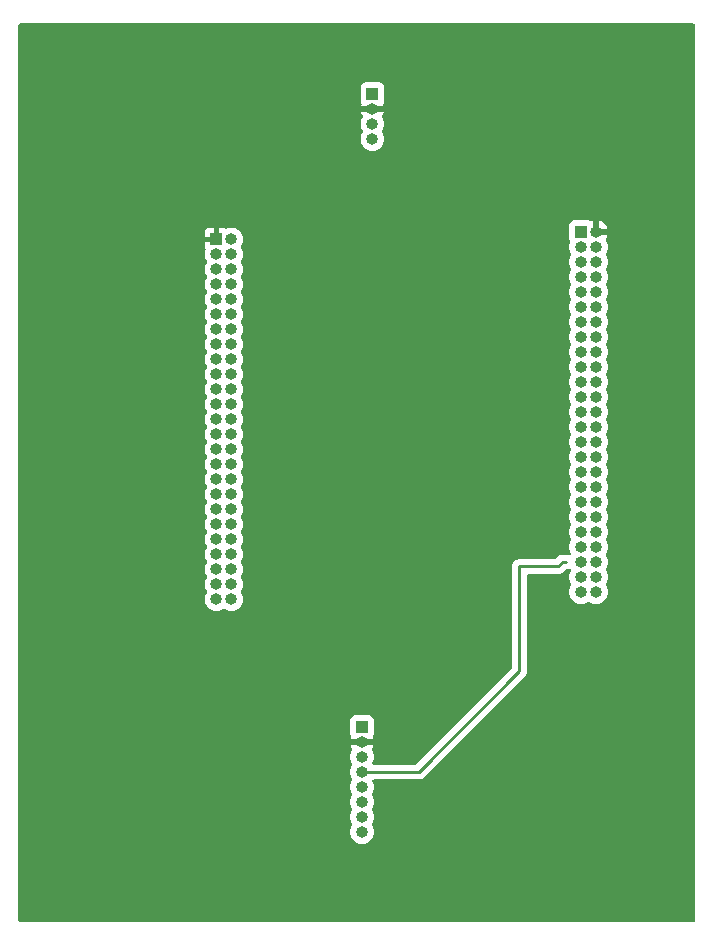
<source format=gbr>
%TF.GenerationSoftware,KiCad,Pcbnew,(7.0.0)*%
%TF.CreationDate,2023-06-01T22:42:05-06:00*%
%TF.ProjectId,STM32F4_lightsaber_shield,53544d33-3246-4345-9f6c-696768747361,rev?*%
%TF.SameCoordinates,Original*%
%TF.FileFunction,Copper,L2,Bot*%
%TF.FilePolarity,Positive*%
%FSLAX46Y46*%
G04 Gerber Fmt 4.6, Leading zero omitted, Abs format (unit mm)*
G04 Created by KiCad (PCBNEW (7.0.0)) date 2023-06-01 22:42:05*
%MOMM*%
%LPD*%
G01*
G04 APERTURE LIST*
%TA.AperFunction,ComponentPad*%
%ADD10R,1.000000X1.000000*%
%TD*%
%TA.AperFunction,ComponentPad*%
%ADD11O,1.000000X1.000000*%
%TD*%
%TA.AperFunction,Conductor*%
%ADD12C,0.250000*%
%TD*%
G04 APERTURE END LIST*
D10*
%TO.P,J5,1,Pin_1*%
%TO.N,PE9*%
X112902999Y-38607999D03*
D11*
%TO.P,J5,2,Pin_2*%
%TO.N,GND*%
X112902999Y-39877999D03*
%TO.P,J5,3,Pin_3*%
%TO.N,PE11*%
X112902999Y-41147999D03*
%TO.P,J5,4,Pin_4*%
%TO.N,PE13*%
X112902999Y-42417999D03*
%TD*%
D10*
%TO.P,J4,1,Pin_1*%
%TO.N,3.3V*%
X112013999Y-92201999D03*
D11*
%TO.P,J4,2,Pin_2*%
%TO.N,GND*%
X112013999Y-93471999D03*
%TO.P,J4,3,Pin_3*%
%TO.N,SCL3*%
X112013999Y-94741999D03*
%TO.P,J4,4,Pin_4*%
%TO.N,SDA3*%
X112013999Y-96011999D03*
%TO.P,J4,5,Pin_5*%
%TO.N,unconnected-(J4-Pin_5-Pad5)*%
X112013999Y-97281999D03*
%TO.P,J4,6,Pin_6*%
%TO.N,unconnected-(J4-Pin_6-Pad6)*%
X112013999Y-98551999D03*
%TO.P,J4,7,Pin_7*%
%TO.N,unconnected-(J4-Pin_7-Pad7)*%
X112013999Y-99821999D03*
%TO.P,J4,8,Pin_8*%
%TO.N,unconnected-(J4-Pin_8-Pad8)*%
X112013999Y-101091999D03*
%TD*%
D10*
%TO.P,J1,1,Pin_1*%
%TO.N,GND*%
X99694999Y-50926999D03*
D11*
%TO.P,J1,2,Pin_2*%
%TO.N,unconnected-(J1-Pin_2-Pad2)*%
X100964999Y-50926999D03*
%TO.P,J1,3,Pin_3*%
%TO.N,unconnected-(J1-Pin_3-Pad3)*%
X99694999Y-52196999D03*
%TO.P,J1,4,Pin_4*%
%TO.N,unconnected-(J1-Pin_4-Pad4)*%
X100964999Y-52196999D03*
%TO.P,J1,5,Pin_5*%
%TO.N,unconnected-(J1-Pin_5-Pad5)*%
X99694999Y-53466999D03*
%TO.P,J1,6,Pin_6*%
%TO.N,unconnected-(J1-Pin_6-Pad6)*%
X100964999Y-53466999D03*
%TO.P,J1,7,Pin_7*%
%TO.N,unconnected-(J1-Pin_7-Pad7)*%
X99694999Y-54736999D03*
%TO.P,J1,8,Pin_8*%
%TO.N,unconnected-(J1-Pin_8-Pad8)*%
X100964999Y-54736999D03*
%TO.P,J1,9,Pin_9*%
%TO.N,unconnected-(J1-Pin_9-Pad9)*%
X99694999Y-56006999D03*
%TO.P,J1,10,Pin_10*%
%TO.N,unconnected-(J1-Pin_10-Pad10)*%
X100964999Y-56006999D03*
%TO.P,J1,11,Pin_11*%
%TO.N,unconnected-(J1-Pin_11-Pad11)*%
X99694999Y-57276999D03*
%TO.P,J1,12,Pin_12*%
%TO.N,unconnected-(J1-Pin_12-Pad12)*%
X100964999Y-57276999D03*
%TO.P,J1,13,Pin_13*%
%TO.N,unconnected-(J1-Pin_13-Pad13)*%
X99694999Y-58546999D03*
%TO.P,J1,14,Pin_14*%
%TO.N,unconnected-(J1-Pin_14-Pad14)*%
X100964999Y-58546999D03*
%TO.P,J1,15,Pin_15*%
%TO.N,unconnected-(J1-Pin_15-Pad15)*%
X99694999Y-59816999D03*
%TO.P,J1,16,Pin_16*%
%TO.N,unconnected-(J1-Pin_16-Pad16)*%
X100964999Y-59816999D03*
%TO.P,J1,17,Pin_17*%
%TO.N,unconnected-(J1-Pin_17-Pad17)*%
X99694999Y-61086999D03*
%TO.P,J1,18,Pin_18*%
%TO.N,unconnected-(J1-Pin_18-Pad18)*%
X100964999Y-61086999D03*
%TO.P,J1,19,Pin_19*%
%TO.N,unconnected-(J1-Pin_19-Pad19)*%
X99694999Y-62356999D03*
%TO.P,J1,20,Pin_20*%
%TO.N,unconnected-(J1-Pin_20-Pad20)*%
X100964999Y-62356999D03*
%TO.P,J1,21,Pin_21*%
%TO.N,unconnected-(J1-Pin_21-Pad21)*%
X99694999Y-63626999D03*
%TO.P,J1,22,Pin_22*%
%TO.N,unconnected-(J1-Pin_22-Pad22)*%
X100964999Y-63626999D03*
%TO.P,J1,23,Pin_23*%
%TO.N,unconnected-(J1-Pin_23-Pad23)*%
X99694999Y-64896999D03*
%TO.P,J1,24,Pin_24*%
%TO.N,unconnected-(J1-Pin_24-Pad24)*%
X100964999Y-64896999D03*
%TO.P,J1,25,Pin_25*%
%TO.N,unconnected-(J1-Pin_25-Pad25)*%
X99694999Y-66166999D03*
%TO.P,J1,26,Pin_26*%
%TO.N,unconnected-(J1-Pin_26-Pad26)*%
X100964999Y-66166999D03*
%TO.P,J1,27,Pin_27*%
%TO.N,Net-(J1-Pin_27)*%
X99694999Y-67436999D03*
%TO.P,J1,28,Pin_28*%
%TO.N,unconnected-(J1-Pin_28-Pad28)*%
X100964999Y-67436999D03*
%TO.P,J1,29,Pin_29*%
%TO.N,Net-(J1-Pin_29)*%
X99694999Y-68706999D03*
%TO.P,J1,30,Pin_30*%
%TO.N,unconnected-(J1-Pin_30-Pad30)*%
X100964999Y-68706999D03*
%TO.P,J1,31,Pin_31*%
%TO.N,Net-(J1-Pin_31)*%
X99694999Y-69976999D03*
%TO.P,J1,32,Pin_32*%
%TO.N,unconnected-(J1-Pin_32-Pad32)*%
X100964999Y-69976999D03*
%TO.P,J1,33,Pin_33*%
%TO.N,unconnected-(J1-Pin_33-Pad33)*%
X99694999Y-71246999D03*
%TO.P,J1,34,Pin_34*%
%TO.N,unconnected-(J1-Pin_34-Pad34)*%
X100964999Y-71246999D03*
%TO.P,J1,35,Pin_35*%
%TO.N,unconnected-(J1-Pin_35-Pad35)*%
X99694999Y-72516999D03*
%TO.P,J1,36,Pin_36*%
%TO.N,unconnected-(J1-Pin_36-Pad36)*%
X100964999Y-72516999D03*
%TO.P,J1,37,Pin_37*%
%TO.N,unconnected-(J1-Pin_37-Pad37)*%
X99694999Y-73786999D03*
%TO.P,J1,38,Pin_38*%
%TO.N,unconnected-(J1-Pin_38-Pad38)*%
X100964999Y-73786999D03*
%TO.P,J1,39,Pin_39*%
%TO.N,unconnected-(J1-Pin_39-Pad39)*%
X99694999Y-75056999D03*
%TO.P,J1,40,Pin_40*%
%TO.N,unconnected-(J1-Pin_40-Pad40)*%
X100964999Y-75056999D03*
%TO.P,J1,41,Pin_41*%
%TO.N,unconnected-(J1-Pin_41-Pad41)*%
X99694999Y-76326999D03*
%TO.P,J1,42,Pin_42*%
%TO.N,unconnected-(J1-Pin_42-Pad42)*%
X100964999Y-76326999D03*
%TO.P,J1,43,Pin_43*%
%TO.N,unconnected-(J1-Pin_43-Pad43)*%
X99694999Y-77596999D03*
%TO.P,J1,44,Pin_44*%
%TO.N,unconnected-(J1-Pin_44-Pad44)*%
X100964999Y-77596999D03*
%TO.P,J1,45,Pin_45*%
%TO.N,unconnected-(J1-Pin_45-Pad45)*%
X99694999Y-78866999D03*
%TO.P,J1,46,Pin_46*%
%TO.N,unconnected-(J1-Pin_46-Pad46)*%
X100964999Y-78866999D03*
%TO.P,J1,47,Pin_47*%
%TO.N,unconnected-(J1-Pin_47-Pad47)*%
X99694999Y-80136999D03*
%TO.P,J1,48,Pin_48*%
%TO.N,unconnected-(J1-Pin_48-Pad48)*%
X100964999Y-80136999D03*
%TO.P,J1,49,Pin_49*%
%TO.N,unconnected-(J1-Pin_49-Pad49)*%
X99694999Y-81406999D03*
%TO.P,J1,50,Pin_50*%
%TO.N,unconnected-(J1-Pin_50-Pad50)*%
X100964999Y-81406999D03*
%TD*%
D10*
%TO.P,J2,1,Pin_1*%
%TO.N,unconnected-(J2-Pin_1-Pad1)*%
X130555999Y-50291999D03*
D11*
%TO.P,J2,2,Pin_2*%
%TO.N,GND*%
X131825999Y-50291999D03*
%TO.P,J2,3,Pin_3*%
%TO.N,unconnected-(J2-Pin_3-Pad3)*%
X130555999Y-51561999D03*
%TO.P,J2,4,Pin_4*%
%TO.N,unconnected-(J2-Pin_4-Pad4)*%
X131825999Y-51561999D03*
%TO.P,J2,5,Pin_5*%
%TO.N,unconnected-(J2-Pin_5-Pad5)*%
X130555999Y-52831999D03*
%TO.P,J2,6,Pin_6*%
%TO.N,3.3V*%
X131825999Y-52831999D03*
%TO.P,J2,7,Pin_7*%
%TO.N,unconnected-(J2-Pin_7-Pad7)*%
X130555999Y-54101999D03*
%TO.P,J2,8,Pin_8*%
%TO.N,unconnected-(J2-Pin_8-Pad8)*%
X131825999Y-54101999D03*
%TO.P,J2,9,Pin_9*%
%TO.N,unconnected-(J2-Pin_9-Pad9)*%
X130555999Y-55371999D03*
%TO.P,J2,10,Pin_10*%
%TO.N,unconnected-(J2-Pin_10-Pad10)*%
X131825999Y-55371999D03*
%TO.P,J2,11,Pin_11*%
%TO.N,unconnected-(J2-Pin_11-Pad11)*%
X130555999Y-56641999D03*
%TO.P,J2,12,Pin_12*%
%TO.N,unconnected-(J2-Pin_12-Pad12)*%
X131825999Y-56641999D03*
%TO.P,J2,13,Pin_13*%
%TO.N,unconnected-(J2-Pin_13-Pad13)*%
X130555999Y-57911999D03*
%TO.P,J2,14,Pin_14*%
%TO.N,unconnected-(J2-Pin_14-Pad14)*%
X131825999Y-57911999D03*
%TO.P,J2,15,Pin_15*%
%TO.N,unconnected-(J2-Pin_15-Pad15)*%
X130555999Y-59181999D03*
%TO.P,J2,16,Pin_16*%
%TO.N,unconnected-(J2-Pin_16-Pad16)*%
X131825999Y-59181999D03*
%TO.P,J2,17,Pin_17*%
%TO.N,unconnected-(J2-Pin_17-Pad17)*%
X130555999Y-60451999D03*
%TO.P,J2,18,Pin_18*%
%TO.N,unconnected-(J2-Pin_18-Pad18)*%
X131825999Y-60451999D03*
%TO.P,J2,19,Pin_19*%
%TO.N,unconnected-(J2-Pin_19-Pad19)*%
X130555999Y-61721999D03*
%TO.P,J2,20,Pin_20*%
%TO.N,unconnected-(J2-Pin_20-Pad20)*%
X131825999Y-61721999D03*
%TO.P,J2,21,Pin_21*%
%TO.N,unconnected-(J2-Pin_21-Pad21)*%
X130555999Y-62991999D03*
%TO.P,J2,22,Pin_22*%
%TO.N,unconnected-(J2-Pin_22-Pad22)*%
X131825999Y-62991999D03*
%TO.P,J2,23,Pin_23*%
%TO.N,unconnected-(J2-Pin_23-Pad23)*%
X130555999Y-64261999D03*
%TO.P,J2,24,Pin_24*%
%TO.N,unconnected-(J2-Pin_24-Pad24)*%
X131825999Y-64261999D03*
%TO.P,J2,25,Pin_25*%
%TO.N,unconnected-(J2-Pin_25-Pad25)*%
X130555999Y-65531999D03*
%TO.P,J2,26,Pin_26*%
%TO.N,unconnected-(J2-Pin_26-Pad26)*%
X131825999Y-65531999D03*
%TO.P,J2,27,Pin_27*%
%TO.N,unconnected-(J2-Pin_27-Pad27)*%
X130555999Y-66801999D03*
%TO.P,J2,28,Pin_28*%
%TO.N,unconnected-(J2-Pin_28-Pad28)*%
X131825999Y-66801999D03*
%TO.P,J2,29,Pin_29*%
%TO.N,unconnected-(J2-Pin_29-Pad29)*%
X130555999Y-68071999D03*
%TO.P,J2,30,Pin_30*%
%TO.N,unconnected-(J2-Pin_30-Pad30)*%
X131825999Y-68071999D03*
%TO.P,J2,31,Pin_31*%
%TO.N,unconnected-(J2-Pin_31-Pad31)*%
X130555999Y-69341999D03*
%TO.P,J2,32,Pin_32*%
%TO.N,unconnected-(J2-Pin_32-Pad32)*%
X131825999Y-69341999D03*
%TO.P,J2,33,Pin_33*%
%TO.N,unconnected-(J2-Pin_33-Pad33)*%
X130555999Y-70611999D03*
%TO.P,J2,34,Pin_34*%
%TO.N,unconnected-(J2-Pin_34-Pad34)*%
X131825999Y-70611999D03*
%TO.P,J2,35,Pin_35*%
%TO.N,unconnected-(J2-Pin_35-Pad35)*%
X130555999Y-71881999D03*
%TO.P,J2,36,Pin_36*%
%TO.N,unconnected-(J2-Pin_36-Pad36)*%
X131825999Y-71881999D03*
%TO.P,J2,37,Pin_37*%
%TO.N,unconnected-(J2-Pin_37-Pad37)*%
X130555999Y-73151999D03*
%TO.P,J2,38,Pin_38*%
%TO.N,unconnected-(J2-Pin_38-Pad38)*%
X131825999Y-73151999D03*
%TO.P,J2,39,Pin_39*%
%TO.N,unconnected-(J2-Pin_39-Pad39)*%
X130555999Y-74421999D03*
%TO.P,J2,40,Pin_40*%
%TO.N,unconnected-(J2-Pin_40-Pad40)*%
X131825999Y-74421999D03*
%TO.P,J2,41,Pin_41*%
%TO.N,unconnected-(J2-Pin_41-Pad41)*%
X130555999Y-75691999D03*
%TO.P,J2,42,Pin_42*%
%TO.N,unconnected-(J2-Pin_42-Pad42)*%
X131825999Y-75691999D03*
%TO.P,J2,43,Pin_43*%
%TO.N,SCL3*%
X130555999Y-76961999D03*
%TO.P,J2,44,Pin_44*%
%TO.N,unconnected-(J2-Pin_44-Pad44)*%
X131825999Y-76961999D03*
%TO.P,J2,45,Pin_45*%
%TO.N,unconnected-(J2-Pin_45-Pad45)*%
X130555999Y-78231999D03*
%TO.P,J2,46,Pin_46*%
%TO.N,SDA3*%
X131825999Y-78231999D03*
%TO.P,J2,47,Pin_47*%
%TO.N,unconnected-(J2-Pin_47-Pad47)*%
X130555999Y-79501999D03*
%TO.P,J2,48,Pin_48*%
%TO.N,unconnected-(J2-Pin_48-Pad48)*%
X131825999Y-79501999D03*
%TO.P,J2,49,Pin_49*%
%TO.N,unconnected-(J2-Pin_49-Pad49)*%
X130555999Y-80771999D03*
%TO.P,J2,50,Pin_50*%
%TO.N,unconnected-(J2-Pin_50-Pad50)*%
X131825999Y-80771999D03*
%TD*%
D12*
%TO.N,SDA3*%
X125349000Y-78613000D02*
X128651000Y-78613000D01*
X128651000Y-78613000D02*
X129032000Y-78232000D01*
X129032000Y-78232000D02*
X129286000Y-78232000D01*
X125349000Y-87503000D02*
X125349000Y-78613000D01*
X116840000Y-96012000D02*
X125349000Y-87503000D01*
X112014000Y-96012000D02*
X116840000Y-96012000D01*
%TD*%
%TA.AperFunction,Conductor*%
%TO.N,GND*%
G36*
X140145500Y-32656113D02*
G01*
X140190887Y-32701500D01*
X140207500Y-32763500D01*
X140207500Y-108587500D01*
X140190887Y-108649500D01*
X140145500Y-108694887D01*
X140083500Y-108711500D01*
X83055000Y-108711500D01*
X82993000Y-108694887D01*
X82947613Y-108649500D01*
X82931000Y-108587500D01*
X82931000Y-101092000D01*
X111008659Y-101092000D01*
X111009256Y-101098062D01*
X111027378Y-101282067D01*
X111027379Y-101282073D01*
X111027976Y-101288132D01*
X111029743Y-101293957D01*
X111029744Y-101293962D01*
X111083418Y-101470899D01*
X111085186Y-101476727D01*
X111088055Y-101482095D01*
X111088057Y-101482099D01*
X111175215Y-101645161D01*
X111175219Y-101645167D01*
X111178090Y-101650538D01*
X111303117Y-101802883D01*
X111455462Y-101927910D01*
X111460834Y-101930781D01*
X111460838Y-101930784D01*
X111602839Y-102006684D01*
X111629273Y-102020814D01*
X111817868Y-102078024D01*
X112014000Y-102097341D01*
X112210132Y-102078024D01*
X112398727Y-102020814D01*
X112572538Y-101927910D01*
X112724883Y-101802883D01*
X112849910Y-101650538D01*
X112942814Y-101476727D01*
X113000024Y-101288132D01*
X113019341Y-101092000D01*
X113000024Y-100895868D01*
X112942814Y-100707273D01*
X112849910Y-100533462D01*
X112846043Y-100528750D01*
X112844132Y-100525890D01*
X112825616Y-100481188D01*
X112825617Y-100432803D01*
X112844136Y-100388103D01*
X112846039Y-100385254D01*
X112849910Y-100380538D01*
X112942814Y-100206727D01*
X113000024Y-100018132D01*
X113019341Y-99822000D01*
X113000024Y-99625868D01*
X112942814Y-99437273D01*
X112849910Y-99263462D01*
X112846043Y-99258750D01*
X112844132Y-99255890D01*
X112825616Y-99211188D01*
X112825617Y-99162803D01*
X112844136Y-99118103D01*
X112846039Y-99115254D01*
X112849910Y-99110538D01*
X112942814Y-98936727D01*
X113000024Y-98748132D01*
X113019341Y-98552000D01*
X113000024Y-98355868D01*
X112942814Y-98167273D01*
X112849910Y-97993462D01*
X112846043Y-97988751D01*
X112844132Y-97985890D01*
X112825618Y-97941191D01*
X112825618Y-97892809D01*
X112844132Y-97848110D01*
X112846043Y-97845249D01*
X112849910Y-97840538D01*
X112942814Y-97666727D01*
X113000024Y-97478132D01*
X113019341Y-97282000D01*
X113000024Y-97085868D01*
X112942814Y-96897273D01*
X112901486Y-96819953D01*
X112886881Y-96758457D01*
X112904486Y-96697751D01*
X112949725Y-96653609D01*
X113010844Y-96637500D01*
X116762225Y-96637500D01*
X116773280Y-96638021D01*
X116780667Y-96639673D01*
X116847872Y-96637561D01*
X116851768Y-96637500D01*
X116875448Y-96637500D01*
X116879350Y-96637500D01*
X116883313Y-96636999D01*
X116894963Y-96636080D01*
X116938627Y-96634709D01*
X116957861Y-96629119D01*
X116976917Y-96625174D01*
X116996792Y-96622664D01*
X117037395Y-96606587D01*
X117048450Y-96602802D01*
X117090390Y-96590618D01*
X117107629Y-96580422D01*
X117125103Y-96571862D01*
X117136474Y-96567360D01*
X117136476Y-96567358D01*
X117143732Y-96564486D01*
X117179069Y-96538811D01*
X117188824Y-96532403D01*
X117226420Y-96510170D01*
X117240584Y-96496005D01*
X117255379Y-96483368D01*
X117271587Y-96471594D01*
X117299428Y-96437938D01*
X117307279Y-96429309D01*
X125736311Y-88000278D01*
X125744481Y-87992844D01*
X125750877Y-87988786D01*
X125796918Y-87939756D01*
X125799535Y-87937054D01*
X125819120Y-87917471D01*
X125821585Y-87914292D01*
X125829167Y-87905416D01*
X125859062Y-87873582D01*
X125868713Y-87856023D01*
X125879390Y-87839770D01*
X125891673Y-87823936D01*
X125909018Y-87783852D01*
X125914151Y-87773371D01*
X125935197Y-87735092D01*
X125940179Y-87715684D01*
X125946482Y-87697276D01*
X125954437Y-87678896D01*
X125961271Y-87635744D01*
X125963633Y-87624338D01*
X125974500Y-87582019D01*
X125974500Y-87561983D01*
X125976027Y-87542585D01*
X125977939Y-87530513D01*
X125977938Y-87530513D01*
X125979160Y-87522804D01*
X125975050Y-87479324D01*
X125974500Y-87467655D01*
X125974500Y-79362500D01*
X125991113Y-79300500D01*
X126036500Y-79255113D01*
X126098500Y-79238500D01*
X128573225Y-79238500D01*
X128584280Y-79239021D01*
X128591667Y-79240673D01*
X128658872Y-79238561D01*
X128662768Y-79238500D01*
X128686448Y-79238500D01*
X128690350Y-79238500D01*
X128694313Y-79237999D01*
X128705963Y-79237080D01*
X128749627Y-79235709D01*
X128768861Y-79230119D01*
X128787917Y-79226174D01*
X128807792Y-79223664D01*
X128848395Y-79207587D01*
X128859450Y-79203802D01*
X128901390Y-79191618D01*
X128918629Y-79181422D01*
X128936103Y-79172862D01*
X128947474Y-79168360D01*
X128947476Y-79168358D01*
X128954732Y-79165486D01*
X128990069Y-79139811D01*
X128999824Y-79133403D01*
X129037420Y-79111170D01*
X129051584Y-79097005D01*
X129066379Y-79084368D01*
X129082587Y-79072594D01*
X129110437Y-79038927D01*
X129118267Y-79030322D01*
X129256123Y-78892467D01*
X129289246Y-78868798D01*
X129328254Y-78857133D01*
X129442792Y-78842664D01*
X129548454Y-78800828D01*
X129607805Y-78792881D01*
X129663961Y-78813672D01*
X129703825Y-78858356D01*
X129718101Y-78916510D01*
X129703460Y-78974574D01*
X129630057Y-79111900D01*
X129630053Y-79111907D01*
X129627186Y-79117273D01*
X129625419Y-79123096D01*
X129625418Y-79123100D01*
X129571744Y-79300037D01*
X129571742Y-79300044D01*
X129569976Y-79305868D01*
X129569379Y-79311924D01*
X129569378Y-79311932D01*
X129551256Y-79495938D01*
X129550659Y-79502000D01*
X129551256Y-79508062D01*
X129569378Y-79692067D01*
X129569379Y-79692073D01*
X129569976Y-79698132D01*
X129571743Y-79703957D01*
X129571744Y-79703962D01*
X129588167Y-79758100D01*
X129627186Y-79886727D01*
X129630055Y-79892095D01*
X129630057Y-79892099D01*
X129717215Y-80055161D01*
X129717219Y-80055167D01*
X129720090Y-80060538D01*
X129723955Y-80065248D01*
X129725868Y-80068110D01*
X129744382Y-80112809D01*
X129744382Y-80161191D01*
X129725868Y-80205890D01*
X129723955Y-80208752D01*
X129720090Y-80213462D01*
X129717222Y-80218827D01*
X129717215Y-80218838D01*
X129630057Y-80381900D01*
X129630053Y-80381907D01*
X129627186Y-80387273D01*
X129625419Y-80393096D01*
X129625418Y-80393100D01*
X129571744Y-80570037D01*
X129571742Y-80570044D01*
X129569976Y-80575868D01*
X129569379Y-80581924D01*
X129569378Y-80581932D01*
X129553041Y-80747811D01*
X129550659Y-80772000D01*
X129551256Y-80778062D01*
X129569378Y-80962067D01*
X129569379Y-80962073D01*
X129569976Y-80968132D01*
X129571743Y-80973957D01*
X129571744Y-80973962D01*
X129588167Y-81028100D01*
X129627186Y-81156727D01*
X129630055Y-81162095D01*
X129630057Y-81162099D01*
X129717215Y-81325161D01*
X129717219Y-81325167D01*
X129720090Y-81330538D01*
X129845117Y-81482883D01*
X129997462Y-81607910D01*
X130002834Y-81610781D01*
X130002838Y-81610784D01*
X130144839Y-81686684D01*
X130171273Y-81700814D01*
X130359868Y-81758024D01*
X130556000Y-81777341D01*
X130752132Y-81758024D01*
X130940727Y-81700814D01*
X131114538Y-81607910D01*
X131119251Y-81604042D01*
X131122110Y-81602132D01*
X131166809Y-81583618D01*
X131215191Y-81583618D01*
X131259890Y-81602132D01*
X131262751Y-81604043D01*
X131267462Y-81607910D01*
X131272834Y-81610781D01*
X131272838Y-81610784D01*
X131414839Y-81686684D01*
X131441273Y-81700814D01*
X131629868Y-81758024D01*
X131826000Y-81777341D01*
X132022132Y-81758024D01*
X132210727Y-81700814D01*
X132384538Y-81607910D01*
X132536883Y-81482883D01*
X132661910Y-81330538D01*
X132754814Y-81156727D01*
X132812024Y-80968132D01*
X132831341Y-80772000D01*
X132812024Y-80575868D01*
X132754814Y-80387273D01*
X132661910Y-80213462D01*
X132658043Y-80208751D01*
X132656132Y-80205890D01*
X132637618Y-80161191D01*
X132637618Y-80112809D01*
X132656132Y-80068110D01*
X132658043Y-80065249D01*
X132661910Y-80060538D01*
X132754814Y-79886727D01*
X132812024Y-79698132D01*
X132831341Y-79502000D01*
X132812024Y-79305868D01*
X132754814Y-79117273D01*
X132661910Y-78943462D01*
X132658046Y-78938754D01*
X132656130Y-78935886D01*
X132637617Y-78891187D01*
X132637618Y-78842805D01*
X132656134Y-78798107D01*
X132658043Y-78795249D01*
X132661910Y-78790538D01*
X132754814Y-78616727D01*
X132812024Y-78428132D01*
X132831341Y-78232000D01*
X132812024Y-78035868D01*
X132754814Y-77847273D01*
X132705438Y-77754897D01*
X132664784Y-77678838D01*
X132664781Y-77678834D01*
X132661910Y-77673462D01*
X132658043Y-77668751D01*
X132656132Y-77665890D01*
X132637618Y-77621191D01*
X132637618Y-77572809D01*
X132656132Y-77528110D01*
X132658043Y-77525249D01*
X132661910Y-77520538D01*
X132754814Y-77346727D01*
X132812024Y-77158132D01*
X132831341Y-76962000D01*
X132812024Y-76765868D01*
X132754814Y-76577273D01*
X132661910Y-76403462D01*
X132658046Y-76398754D01*
X132656130Y-76395886D01*
X132637617Y-76351187D01*
X132637618Y-76302805D01*
X132656134Y-76258107D01*
X132658043Y-76255249D01*
X132661910Y-76250538D01*
X132754814Y-76076727D01*
X132812024Y-75888132D01*
X132831341Y-75692000D01*
X132812024Y-75495868D01*
X132754814Y-75307273D01*
X132661910Y-75133462D01*
X132658043Y-75128751D01*
X132656132Y-75125890D01*
X132637618Y-75081191D01*
X132637618Y-75032809D01*
X132656132Y-74988110D01*
X132658043Y-74985249D01*
X132661910Y-74980538D01*
X132754814Y-74806727D01*
X132812024Y-74618132D01*
X132831341Y-74422000D01*
X132812024Y-74225868D01*
X132754814Y-74037273D01*
X132661910Y-73863462D01*
X132658043Y-73858751D01*
X132656132Y-73855890D01*
X132637618Y-73811191D01*
X132637618Y-73762809D01*
X132656132Y-73718110D01*
X132658043Y-73715249D01*
X132661910Y-73710538D01*
X132754814Y-73536727D01*
X132812024Y-73348132D01*
X132831341Y-73152000D01*
X132812024Y-72955868D01*
X132754814Y-72767273D01*
X132661910Y-72593462D01*
X132658043Y-72588750D01*
X132656132Y-72585890D01*
X132637616Y-72541188D01*
X132637617Y-72492803D01*
X132656136Y-72448103D01*
X132658039Y-72445254D01*
X132661910Y-72440538D01*
X132754814Y-72266727D01*
X132812024Y-72078132D01*
X132831341Y-71882000D01*
X132812024Y-71685868D01*
X132754814Y-71497273D01*
X132661910Y-71323462D01*
X132658043Y-71318750D01*
X132656132Y-71315890D01*
X132637616Y-71271188D01*
X132637617Y-71222803D01*
X132656136Y-71178103D01*
X132658039Y-71175254D01*
X132661910Y-71170538D01*
X132754814Y-70996727D01*
X132812024Y-70808132D01*
X132831341Y-70612000D01*
X132812024Y-70415868D01*
X132754814Y-70227273D01*
X132661910Y-70053462D01*
X132658046Y-70048754D01*
X132656130Y-70045886D01*
X132637617Y-70001187D01*
X132637618Y-69952805D01*
X132656134Y-69908107D01*
X132658043Y-69905249D01*
X132661910Y-69900538D01*
X132754814Y-69726727D01*
X132812024Y-69538132D01*
X132831341Y-69342000D01*
X132812024Y-69145868D01*
X132754814Y-68957273D01*
X132661910Y-68783462D01*
X132658043Y-68778751D01*
X132656132Y-68775890D01*
X132637618Y-68731191D01*
X132637618Y-68682809D01*
X132656132Y-68638110D01*
X132658043Y-68635249D01*
X132661910Y-68630538D01*
X132754814Y-68456727D01*
X132812024Y-68268132D01*
X132831341Y-68072000D01*
X132812024Y-67875868D01*
X132754814Y-67687273D01*
X132661910Y-67513462D01*
X132658043Y-67508751D01*
X132656132Y-67505890D01*
X132637618Y-67461191D01*
X132637618Y-67412809D01*
X132656132Y-67368110D01*
X132658043Y-67365249D01*
X132661910Y-67360538D01*
X132754814Y-67186727D01*
X132812024Y-66998132D01*
X132831341Y-66802000D01*
X132812024Y-66605868D01*
X132754814Y-66417273D01*
X132661910Y-66243462D01*
X132658046Y-66238754D01*
X132656130Y-66235886D01*
X132637617Y-66191187D01*
X132637618Y-66142805D01*
X132656134Y-66098107D01*
X132658043Y-66095249D01*
X132661910Y-66090538D01*
X132754814Y-65916727D01*
X132812024Y-65728132D01*
X132831341Y-65532000D01*
X132812024Y-65335868D01*
X132754814Y-65147273D01*
X132661910Y-64973462D01*
X132658043Y-64968751D01*
X132656132Y-64965890D01*
X132637618Y-64921191D01*
X132637618Y-64872809D01*
X132656132Y-64828110D01*
X132658043Y-64825249D01*
X132661910Y-64820538D01*
X132754814Y-64646727D01*
X132812024Y-64458132D01*
X132831341Y-64262000D01*
X132812024Y-64065868D01*
X132754814Y-63877273D01*
X132661910Y-63703462D01*
X132658043Y-63698750D01*
X132656132Y-63695890D01*
X132637616Y-63651188D01*
X132637617Y-63602803D01*
X132656136Y-63558103D01*
X132658039Y-63555254D01*
X132661910Y-63550538D01*
X132754814Y-63376727D01*
X132812024Y-63188132D01*
X132831341Y-62992000D01*
X132812024Y-62795868D01*
X132754814Y-62607273D01*
X132661910Y-62433462D01*
X132658043Y-62428750D01*
X132656132Y-62425890D01*
X132637616Y-62381188D01*
X132637617Y-62332803D01*
X132656136Y-62288103D01*
X132658039Y-62285254D01*
X132661910Y-62280538D01*
X132754814Y-62106727D01*
X132812024Y-61918132D01*
X132831341Y-61722000D01*
X132812024Y-61525868D01*
X132754814Y-61337273D01*
X132661910Y-61163462D01*
X132658043Y-61158751D01*
X132656132Y-61155890D01*
X132637618Y-61111191D01*
X132637618Y-61062809D01*
X132656132Y-61018110D01*
X132658043Y-61015249D01*
X132661910Y-61010538D01*
X132754814Y-60836727D01*
X132812024Y-60648132D01*
X132831341Y-60452000D01*
X132812024Y-60255868D01*
X132754814Y-60067273D01*
X132661910Y-59893462D01*
X132658043Y-59888751D01*
X132656132Y-59885890D01*
X132637618Y-59841191D01*
X132637618Y-59792809D01*
X132656132Y-59748110D01*
X132658043Y-59745249D01*
X132661910Y-59740538D01*
X132754814Y-59566727D01*
X132812024Y-59378132D01*
X132831341Y-59182000D01*
X132812024Y-58985868D01*
X132754814Y-58797273D01*
X132661910Y-58623462D01*
X132658043Y-58618750D01*
X132656132Y-58615890D01*
X132637616Y-58571188D01*
X132637617Y-58522803D01*
X132656136Y-58478103D01*
X132658039Y-58475254D01*
X132661910Y-58470538D01*
X132754814Y-58296727D01*
X132812024Y-58108132D01*
X132831341Y-57912000D01*
X132812024Y-57715868D01*
X132754814Y-57527273D01*
X132661910Y-57353462D01*
X132658046Y-57348754D01*
X132656130Y-57345886D01*
X132637617Y-57301187D01*
X132637618Y-57252805D01*
X132656134Y-57208107D01*
X132658043Y-57205249D01*
X132661910Y-57200538D01*
X132754814Y-57026727D01*
X132812024Y-56838132D01*
X132831341Y-56642000D01*
X132812024Y-56445868D01*
X132754814Y-56257273D01*
X132661910Y-56083462D01*
X132658043Y-56078751D01*
X132656132Y-56075890D01*
X132637618Y-56031191D01*
X132637618Y-55982809D01*
X132656132Y-55938110D01*
X132658043Y-55935249D01*
X132661910Y-55930538D01*
X132754814Y-55756727D01*
X132812024Y-55568132D01*
X132831341Y-55372000D01*
X132812024Y-55175868D01*
X132754814Y-54987273D01*
X132661910Y-54813462D01*
X132658043Y-54808751D01*
X132656132Y-54805890D01*
X132637618Y-54761191D01*
X132637618Y-54712809D01*
X132656132Y-54668110D01*
X132658043Y-54665249D01*
X132661910Y-54660538D01*
X132754814Y-54486727D01*
X132812024Y-54298132D01*
X132831341Y-54102000D01*
X132812024Y-53905868D01*
X132754814Y-53717273D01*
X132661910Y-53543462D01*
X132658043Y-53538750D01*
X132656132Y-53535890D01*
X132637616Y-53491188D01*
X132637617Y-53442803D01*
X132656136Y-53398103D01*
X132658039Y-53395254D01*
X132661910Y-53390538D01*
X132754814Y-53216727D01*
X132812024Y-53028132D01*
X132831341Y-52832000D01*
X132812024Y-52635868D01*
X132754814Y-52447273D01*
X132661910Y-52273462D01*
X132658043Y-52268751D01*
X132656132Y-52265890D01*
X132637618Y-52221191D01*
X132637618Y-52172809D01*
X132656132Y-52128110D01*
X132658043Y-52125249D01*
X132661910Y-52120538D01*
X132754814Y-51946727D01*
X132812024Y-51758132D01*
X132831341Y-51562000D01*
X132812024Y-51365868D01*
X132754814Y-51177273D01*
X132688389Y-51053000D01*
X132664784Y-51008838D01*
X132664781Y-51008834D01*
X132661910Y-51003462D01*
X132658043Y-50998751D01*
X132655830Y-50995438D01*
X132637315Y-50950738D01*
X132637316Y-50902355D01*
X132655832Y-50857656D01*
X132664364Y-50844885D01*
X132751479Y-50681905D01*
X132756116Y-50670712D01*
X132790945Y-50555896D01*
X132791638Y-50544612D01*
X132780637Y-50542000D01*
X131700000Y-50542000D01*
X131638000Y-50525387D01*
X131592613Y-50480000D01*
X131576000Y-50418000D01*
X131576000Y-50025674D01*
X132076000Y-50025674D01*
X132079450Y-50038549D01*
X132092326Y-50042000D01*
X132780637Y-50042000D01*
X132791638Y-50039387D01*
X132790945Y-50028103D01*
X132756116Y-49913287D01*
X132751479Y-49902094D01*
X132664366Y-49739117D01*
X132657625Y-49729029D01*
X132540390Y-49586178D01*
X132531821Y-49577609D01*
X132388970Y-49460374D01*
X132378882Y-49453633D01*
X132215905Y-49366520D01*
X132204712Y-49361883D01*
X132089896Y-49327054D01*
X132078612Y-49326361D01*
X132076000Y-49337363D01*
X132076000Y-50025674D01*
X131576000Y-50025674D01*
X131576000Y-49337363D01*
X131573387Y-49326361D01*
X131562103Y-49327054D01*
X131447288Y-49361883D01*
X131430468Y-49368851D01*
X131429605Y-49366769D01*
X131371702Y-49378935D01*
X131313581Y-49357099D01*
X131313216Y-49357770D01*
X131308475Y-49355181D01*
X131306824Y-49354561D01*
X131305435Y-49353521D01*
X131305429Y-49353518D01*
X131298331Y-49348204D01*
X131163483Y-49297909D01*
X131155770Y-49297079D01*
X131155767Y-49297079D01*
X131107180Y-49291855D01*
X131107169Y-49291854D01*
X131103873Y-49291500D01*
X131100550Y-49291500D01*
X130011439Y-49291500D01*
X130011420Y-49291500D01*
X130008128Y-49291501D01*
X130004850Y-49291853D01*
X130004838Y-49291854D01*
X129956231Y-49297079D01*
X129956225Y-49297080D01*
X129948517Y-49297909D01*
X129941252Y-49300618D01*
X129941246Y-49300620D01*
X129821980Y-49345104D01*
X129821978Y-49345104D01*
X129813669Y-49348204D01*
X129806572Y-49353516D01*
X129806568Y-49353519D01*
X129705550Y-49429141D01*
X129705546Y-49429144D01*
X129698454Y-49434454D01*
X129693144Y-49441546D01*
X129693141Y-49441550D01*
X129617519Y-49542568D01*
X129617516Y-49542572D01*
X129612204Y-49549669D01*
X129609104Y-49557978D01*
X129609104Y-49557980D01*
X129564620Y-49677247D01*
X129564619Y-49677250D01*
X129561909Y-49684517D01*
X129561079Y-49692227D01*
X129561079Y-49692232D01*
X129555855Y-49740819D01*
X129555854Y-49740831D01*
X129555500Y-49744127D01*
X129555500Y-49747448D01*
X129555500Y-49747449D01*
X129555500Y-50836560D01*
X129555500Y-50836578D01*
X129555501Y-50839872D01*
X129555853Y-50843150D01*
X129555854Y-50843161D01*
X129561079Y-50891768D01*
X129561080Y-50891773D01*
X129561909Y-50899483D01*
X129564619Y-50906749D01*
X129564620Y-50906753D01*
X129569911Y-50920938D01*
X129612204Y-51034331D01*
X129617518Y-51041430D01*
X129617519Y-51041431D01*
X129618231Y-51042382D01*
X129618655Y-51043512D01*
X129621770Y-51049216D01*
X129620963Y-51049656D01*
X129642606Y-51107274D01*
X129630375Y-51165441D01*
X129632388Y-51166275D01*
X129630058Y-51171900D01*
X129627186Y-51177273D01*
X129625419Y-51183096D01*
X129625418Y-51183100D01*
X129571744Y-51360037D01*
X129571742Y-51360044D01*
X129569976Y-51365868D01*
X129569379Y-51371924D01*
X129569378Y-51371932D01*
X129552664Y-51541641D01*
X129550659Y-51562000D01*
X129551256Y-51568062D01*
X129569378Y-51752067D01*
X129569379Y-51752073D01*
X129569976Y-51758132D01*
X129571743Y-51763957D01*
X129571744Y-51763962D01*
X129625418Y-51940899D01*
X129627186Y-51946727D01*
X129630055Y-51952095D01*
X129630057Y-51952099D01*
X129717215Y-52115161D01*
X129717219Y-52115167D01*
X129720090Y-52120538D01*
X129723955Y-52125248D01*
X129725868Y-52128110D01*
X129744382Y-52172809D01*
X129744382Y-52221191D01*
X129725868Y-52265890D01*
X129723955Y-52268752D01*
X129720090Y-52273462D01*
X129717222Y-52278827D01*
X129717215Y-52278838D01*
X129630057Y-52441900D01*
X129630053Y-52441907D01*
X129627186Y-52447273D01*
X129625419Y-52453096D01*
X129625418Y-52453100D01*
X129571744Y-52630037D01*
X129571742Y-52630044D01*
X129569976Y-52635868D01*
X129569379Y-52641924D01*
X129569378Y-52641932D01*
X129553042Y-52807805D01*
X129550659Y-52832000D01*
X129551256Y-52838062D01*
X129569378Y-53022067D01*
X129569379Y-53022073D01*
X129569976Y-53028132D01*
X129571743Y-53033957D01*
X129571744Y-53033962D01*
X129588167Y-53088100D01*
X129627186Y-53216727D01*
X129630055Y-53222095D01*
X129630057Y-53222099D01*
X129717215Y-53385161D01*
X129717219Y-53385167D01*
X129720090Y-53390538D01*
X129723955Y-53395248D01*
X129725868Y-53398110D01*
X129744382Y-53442809D01*
X129744382Y-53491191D01*
X129725868Y-53535890D01*
X129723955Y-53538752D01*
X129720090Y-53543462D01*
X129717222Y-53548827D01*
X129717215Y-53548838D01*
X129630057Y-53711900D01*
X129630053Y-53711907D01*
X129627186Y-53717273D01*
X129625419Y-53723096D01*
X129625418Y-53723100D01*
X129571744Y-53900037D01*
X129571742Y-53900044D01*
X129569976Y-53905868D01*
X129569379Y-53911924D01*
X129569378Y-53911932D01*
X129553042Y-54077803D01*
X129550659Y-54102000D01*
X129551256Y-54108062D01*
X129569378Y-54292067D01*
X129569379Y-54292073D01*
X129569976Y-54298132D01*
X129571743Y-54303957D01*
X129571744Y-54303962D01*
X129588167Y-54358100D01*
X129627186Y-54486727D01*
X129630055Y-54492095D01*
X129630057Y-54492099D01*
X129717215Y-54655161D01*
X129717219Y-54655167D01*
X129720090Y-54660538D01*
X129723955Y-54665248D01*
X129725868Y-54668110D01*
X129744382Y-54712809D01*
X129744382Y-54761191D01*
X129725868Y-54805890D01*
X129723955Y-54808752D01*
X129720090Y-54813462D01*
X129717222Y-54818827D01*
X129717215Y-54818838D01*
X129630057Y-54981900D01*
X129630053Y-54981907D01*
X129627186Y-54987273D01*
X129625419Y-54993096D01*
X129625418Y-54993100D01*
X129571744Y-55170037D01*
X129571742Y-55170044D01*
X129569976Y-55175868D01*
X129569379Y-55181924D01*
X129569378Y-55181932D01*
X129551256Y-55365938D01*
X129550659Y-55372000D01*
X129551256Y-55378062D01*
X129569378Y-55562067D01*
X129569379Y-55562073D01*
X129569976Y-55568132D01*
X129571743Y-55573957D01*
X129571744Y-55573962D01*
X129588167Y-55628100D01*
X129627186Y-55756727D01*
X129630055Y-55762095D01*
X129630057Y-55762099D01*
X129717217Y-55925164D01*
X129717219Y-55925167D01*
X129720090Y-55930538D01*
X129723955Y-55935248D01*
X129725866Y-55938107D01*
X129744382Y-55982805D01*
X129744383Y-56031187D01*
X129725870Y-56075886D01*
X129723952Y-56078755D01*
X129720090Y-56083462D01*
X129717220Y-56088829D01*
X129717216Y-56088837D01*
X129630057Y-56251900D01*
X129630053Y-56251907D01*
X129627186Y-56257273D01*
X129625419Y-56263096D01*
X129625418Y-56263100D01*
X129571744Y-56440037D01*
X129571742Y-56440044D01*
X129569976Y-56445868D01*
X129569379Y-56451924D01*
X129569378Y-56451932D01*
X129553041Y-56617811D01*
X129550659Y-56642000D01*
X129551256Y-56648062D01*
X129569378Y-56832067D01*
X129569379Y-56832073D01*
X129569976Y-56838132D01*
X129571743Y-56843957D01*
X129571744Y-56843962D01*
X129588167Y-56898100D01*
X129627186Y-57026727D01*
X129630055Y-57032095D01*
X129630057Y-57032099D01*
X129717215Y-57195161D01*
X129717219Y-57195167D01*
X129720090Y-57200538D01*
X129723955Y-57205248D01*
X129725868Y-57208110D01*
X129744382Y-57252809D01*
X129744382Y-57301191D01*
X129725868Y-57345890D01*
X129723955Y-57348752D01*
X129720090Y-57353462D01*
X129717222Y-57358827D01*
X129717215Y-57358838D01*
X129630057Y-57521900D01*
X129630053Y-57521907D01*
X129627186Y-57527273D01*
X129625419Y-57533096D01*
X129625418Y-57533100D01*
X129571744Y-57710037D01*
X129571742Y-57710044D01*
X129569976Y-57715868D01*
X129569379Y-57721924D01*
X129569378Y-57721932D01*
X129553042Y-57887803D01*
X129550659Y-57912000D01*
X129551256Y-57918062D01*
X129569378Y-58102067D01*
X129569379Y-58102073D01*
X129569976Y-58108132D01*
X129571743Y-58113957D01*
X129571744Y-58113962D01*
X129588167Y-58168100D01*
X129627186Y-58296727D01*
X129630055Y-58302095D01*
X129630057Y-58302099D01*
X129717219Y-58465168D01*
X129717222Y-58465173D01*
X129720090Y-58470538D01*
X129723947Y-58475238D01*
X129725869Y-58478114D01*
X129744382Y-58522811D01*
X129744382Y-58571189D01*
X129725869Y-58615886D01*
X129723947Y-58618761D01*
X129720090Y-58623462D01*
X129717225Y-58628821D01*
X129717219Y-58628831D01*
X129630057Y-58791900D01*
X129630053Y-58791907D01*
X129627186Y-58797273D01*
X129625419Y-58803096D01*
X129625418Y-58803100D01*
X129571744Y-58980037D01*
X129571742Y-58980044D01*
X129569976Y-58985868D01*
X129569379Y-58991924D01*
X129569378Y-58991932D01*
X129551256Y-59175938D01*
X129550659Y-59182000D01*
X129551256Y-59188062D01*
X129569378Y-59372067D01*
X129569379Y-59372073D01*
X129569976Y-59378132D01*
X129571743Y-59383957D01*
X129571744Y-59383962D01*
X129588167Y-59438100D01*
X129627186Y-59566727D01*
X129630055Y-59572095D01*
X129630057Y-59572099D01*
X129717215Y-59735161D01*
X129717219Y-59735167D01*
X129720090Y-59740538D01*
X129723955Y-59745248D01*
X129725868Y-59748110D01*
X129744382Y-59792809D01*
X129744382Y-59841191D01*
X129725868Y-59885890D01*
X129723955Y-59888752D01*
X129720090Y-59893462D01*
X129717222Y-59898827D01*
X129717215Y-59898838D01*
X129630057Y-60061900D01*
X129630053Y-60061907D01*
X129627186Y-60067273D01*
X129625419Y-60073096D01*
X129625418Y-60073100D01*
X129571744Y-60250037D01*
X129571742Y-60250044D01*
X129569976Y-60255868D01*
X129569379Y-60261924D01*
X129569378Y-60261932D01*
X129551256Y-60445938D01*
X129550659Y-60452000D01*
X129551256Y-60458062D01*
X129569378Y-60642067D01*
X129569379Y-60642073D01*
X129569976Y-60648132D01*
X129571743Y-60653957D01*
X129571744Y-60653962D01*
X129588167Y-60708100D01*
X129627186Y-60836727D01*
X129630055Y-60842095D01*
X129630057Y-60842099D01*
X129717219Y-61005168D01*
X129717222Y-61005173D01*
X129720090Y-61010538D01*
X129723947Y-61015238D01*
X129725869Y-61018114D01*
X129744382Y-61062811D01*
X129744382Y-61111189D01*
X129725869Y-61155886D01*
X129723947Y-61158761D01*
X129720090Y-61163462D01*
X129717225Y-61168821D01*
X129717219Y-61168831D01*
X129630057Y-61331900D01*
X129630053Y-61331907D01*
X129627186Y-61337273D01*
X129625419Y-61343096D01*
X129625418Y-61343100D01*
X129571744Y-61520037D01*
X129571742Y-61520044D01*
X129569976Y-61525868D01*
X129569379Y-61531924D01*
X129569378Y-61531932D01*
X129551256Y-61715938D01*
X129550659Y-61722000D01*
X129551256Y-61728062D01*
X129569378Y-61912067D01*
X129569379Y-61912073D01*
X129569976Y-61918132D01*
X129571743Y-61923957D01*
X129571744Y-61923962D01*
X129588167Y-61978100D01*
X129627186Y-62106727D01*
X129630055Y-62112095D01*
X129630057Y-62112099D01*
X129717219Y-62275168D01*
X129717222Y-62275173D01*
X129720090Y-62280538D01*
X129723947Y-62285238D01*
X129725869Y-62288114D01*
X129744382Y-62332811D01*
X129744382Y-62381189D01*
X129725869Y-62425886D01*
X129723947Y-62428761D01*
X129720090Y-62433462D01*
X129717225Y-62438821D01*
X129717219Y-62438831D01*
X129630057Y-62601900D01*
X129630053Y-62601907D01*
X129627186Y-62607273D01*
X129625419Y-62613096D01*
X129625418Y-62613100D01*
X129571744Y-62790037D01*
X129571742Y-62790044D01*
X129569976Y-62795868D01*
X129569379Y-62801924D01*
X129569378Y-62801932D01*
X129551256Y-62985938D01*
X129550659Y-62992000D01*
X129551256Y-62998062D01*
X129569378Y-63182067D01*
X129569379Y-63182073D01*
X129569976Y-63188132D01*
X129571743Y-63193957D01*
X129571744Y-63193962D01*
X129588167Y-63248100D01*
X129627186Y-63376727D01*
X129630055Y-63382095D01*
X129630057Y-63382099D01*
X129717219Y-63545168D01*
X129717222Y-63545173D01*
X129720090Y-63550538D01*
X129723947Y-63555238D01*
X129725869Y-63558114D01*
X129744382Y-63602811D01*
X129744382Y-63651189D01*
X129725869Y-63695886D01*
X129723947Y-63698761D01*
X129720090Y-63703462D01*
X129717225Y-63708821D01*
X129717219Y-63708831D01*
X129630057Y-63871900D01*
X129630053Y-63871907D01*
X129627186Y-63877273D01*
X129625419Y-63883096D01*
X129625418Y-63883100D01*
X129571744Y-64060037D01*
X129571742Y-64060044D01*
X129569976Y-64065868D01*
X129569379Y-64071924D01*
X129569378Y-64071932D01*
X129551256Y-64255938D01*
X129550659Y-64262000D01*
X129551256Y-64268062D01*
X129569378Y-64452067D01*
X129569379Y-64452073D01*
X129569976Y-64458132D01*
X129571743Y-64463957D01*
X129571744Y-64463962D01*
X129588167Y-64518100D01*
X129627186Y-64646727D01*
X129630055Y-64652095D01*
X129630057Y-64652099D01*
X129717215Y-64815161D01*
X129717219Y-64815167D01*
X129720090Y-64820538D01*
X129723955Y-64825248D01*
X129725868Y-64828110D01*
X129744382Y-64872809D01*
X129744382Y-64921191D01*
X129725868Y-64965890D01*
X129723955Y-64968752D01*
X129720090Y-64973462D01*
X129717222Y-64978827D01*
X129717215Y-64978838D01*
X129630057Y-65141900D01*
X129630053Y-65141907D01*
X129627186Y-65147273D01*
X129625419Y-65153096D01*
X129625418Y-65153100D01*
X129571744Y-65330037D01*
X129571742Y-65330044D01*
X129569976Y-65335868D01*
X129569379Y-65341924D01*
X129569378Y-65341932D01*
X129551256Y-65525938D01*
X129550659Y-65532000D01*
X129551256Y-65538062D01*
X129569378Y-65722067D01*
X129569379Y-65722073D01*
X129569976Y-65728132D01*
X129571743Y-65733957D01*
X129571744Y-65733962D01*
X129588167Y-65788100D01*
X129627186Y-65916727D01*
X129630055Y-65922095D01*
X129630057Y-65922099D01*
X129717215Y-66085161D01*
X129717219Y-66085167D01*
X129720090Y-66090538D01*
X129723955Y-66095248D01*
X129725868Y-66098110D01*
X129744382Y-66142809D01*
X129744382Y-66191191D01*
X129725868Y-66235890D01*
X129723955Y-66238752D01*
X129720090Y-66243462D01*
X129717222Y-66248827D01*
X129717215Y-66248838D01*
X129630057Y-66411900D01*
X129630053Y-66411907D01*
X129627186Y-66417273D01*
X129625419Y-66423096D01*
X129625418Y-66423100D01*
X129571744Y-66600037D01*
X129571742Y-66600044D01*
X129569976Y-66605868D01*
X129569379Y-66611924D01*
X129569378Y-66611932D01*
X129553042Y-66777803D01*
X129550659Y-66802000D01*
X129551256Y-66808062D01*
X129569378Y-66992067D01*
X129569379Y-66992073D01*
X129569976Y-66998132D01*
X129571743Y-67003957D01*
X129571744Y-67003962D01*
X129588167Y-67058100D01*
X129627186Y-67186727D01*
X129630055Y-67192095D01*
X129630057Y-67192099D01*
X129717217Y-67355164D01*
X129717219Y-67355167D01*
X129720090Y-67360538D01*
X129723955Y-67365248D01*
X129725866Y-67368107D01*
X129744382Y-67412805D01*
X129744383Y-67461187D01*
X129725870Y-67505886D01*
X129723952Y-67508755D01*
X129720090Y-67513462D01*
X129717220Y-67518829D01*
X129717216Y-67518837D01*
X129630057Y-67681900D01*
X129630053Y-67681907D01*
X129627186Y-67687273D01*
X129625419Y-67693096D01*
X129625418Y-67693100D01*
X129571744Y-67870037D01*
X129571742Y-67870044D01*
X129569976Y-67875868D01*
X129569379Y-67881924D01*
X129569378Y-67881932D01*
X129551256Y-68065938D01*
X129550659Y-68072000D01*
X129551256Y-68078062D01*
X129569378Y-68262067D01*
X129569379Y-68262073D01*
X129569976Y-68268132D01*
X129571743Y-68273957D01*
X129571744Y-68273962D01*
X129588167Y-68328100D01*
X129627186Y-68456727D01*
X129630055Y-68462095D01*
X129630057Y-68462099D01*
X129717215Y-68625161D01*
X129717219Y-68625167D01*
X129720090Y-68630538D01*
X129723955Y-68635248D01*
X129725868Y-68638110D01*
X129744382Y-68682809D01*
X129744382Y-68731191D01*
X129725868Y-68775890D01*
X129723955Y-68778752D01*
X129720090Y-68783462D01*
X129717222Y-68788827D01*
X129717215Y-68788838D01*
X129630057Y-68951900D01*
X129630053Y-68951907D01*
X129627186Y-68957273D01*
X129625419Y-68963096D01*
X129625418Y-68963100D01*
X129571744Y-69140037D01*
X129571742Y-69140044D01*
X129569976Y-69145868D01*
X129569379Y-69151924D01*
X129569378Y-69151932D01*
X129551256Y-69335938D01*
X129550659Y-69342000D01*
X129551256Y-69348062D01*
X129569378Y-69532067D01*
X129569379Y-69532073D01*
X129569976Y-69538132D01*
X129571743Y-69543957D01*
X129571744Y-69543962D01*
X129588167Y-69598100D01*
X129627186Y-69726727D01*
X129630055Y-69732095D01*
X129630057Y-69732099D01*
X129717215Y-69895161D01*
X129717219Y-69895167D01*
X129720090Y-69900538D01*
X129723955Y-69905248D01*
X129725868Y-69908110D01*
X129744382Y-69952809D01*
X129744382Y-70001191D01*
X129725868Y-70045890D01*
X129723955Y-70048752D01*
X129720090Y-70053462D01*
X129717222Y-70058827D01*
X129717215Y-70058838D01*
X129630057Y-70221900D01*
X129630053Y-70221907D01*
X129627186Y-70227273D01*
X129625419Y-70233096D01*
X129625418Y-70233100D01*
X129571744Y-70410037D01*
X129571742Y-70410044D01*
X129569976Y-70415868D01*
X129569379Y-70421924D01*
X129569378Y-70421932D01*
X129551256Y-70605938D01*
X129550659Y-70612000D01*
X129551256Y-70618062D01*
X129569378Y-70802067D01*
X129569379Y-70802073D01*
X129569976Y-70808132D01*
X129571743Y-70813957D01*
X129571744Y-70813962D01*
X129588167Y-70868100D01*
X129627186Y-70996727D01*
X129630055Y-71002095D01*
X129630057Y-71002099D01*
X129717219Y-71165168D01*
X129717222Y-71165173D01*
X129720090Y-71170538D01*
X129723947Y-71175238D01*
X129725869Y-71178114D01*
X129744382Y-71222811D01*
X129744382Y-71271189D01*
X129725869Y-71315886D01*
X129723947Y-71318761D01*
X129720090Y-71323462D01*
X129717225Y-71328821D01*
X129717219Y-71328831D01*
X129630057Y-71491900D01*
X129630053Y-71491907D01*
X129627186Y-71497273D01*
X129625419Y-71503096D01*
X129625418Y-71503100D01*
X129571744Y-71680037D01*
X129571742Y-71680044D01*
X129569976Y-71685868D01*
X129569379Y-71691924D01*
X129569378Y-71691932D01*
X129551256Y-71875938D01*
X129550659Y-71882000D01*
X129551256Y-71888062D01*
X129569378Y-72072067D01*
X129569379Y-72072073D01*
X129569976Y-72078132D01*
X129571743Y-72083957D01*
X129571744Y-72083962D01*
X129588167Y-72138100D01*
X129627186Y-72266727D01*
X129630055Y-72272095D01*
X129630057Y-72272099D01*
X129717219Y-72435168D01*
X129717222Y-72435173D01*
X129720090Y-72440538D01*
X129723947Y-72445238D01*
X129725869Y-72448114D01*
X129744382Y-72492811D01*
X129744382Y-72541189D01*
X129725869Y-72585886D01*
X129723947Y-72588761D01*
X129720090Y-72593462D01*
X129717225Y-72598821D01*
X129717219Y-72598831D01*
X129630057Y-72761900D01*
X129630053Y-72761907D01*
X129627186Y-72767273D01*
X129625419Y-72773096D01*
X129625418Y-72773100D01*
X129571744Y-72950037D01*
X129571742Y-72950044D01*
X129569976Y-72955868D01*
X129569379Y-72961924D01*
X129569378Y-72961932D01*
X129551256Y-73145938D01*
X129550659Y-73152000D01*
X129551256Y-73158062D01*
X129569378Y-73342067D01*
X129569379Y-73342073D01*
X129569976Y-73348132D01*
X129571743Y-73353957D01*
X129571744Y-73353962D01*
X129588167Y-73408100D01*
X129627186Y-73536727D01*
X129630055Y-73542095D01*
X129630057Y-73542099D01*
X129717215Y-73705161D01*
X129717219Y-73705167D01*
X129720090Y-73710538D01*
X129723955Y-73715248D01*
X129725868Y-73718110D01*
X129744382Y-73762809D01*
X129744382Y-73811191D01*
X129725868Y-73855890D01*
X129723955Y-73858752D01*
X129720090Y-73863462D01*
X129717222Y-73868827D01*
X129717215Y-73868838D01*
X129630057Y-74031900D01*
X129630053Y-74031907D01*
X129627186Y-74037273D01*
X129625419Y-74043096D01*
X129625418Y-74043100D01*
X129571744Y-74220037D01*
X129571742Y-74220044D01*
X129569976Y-74225868D01*
X129569379Y-74231924D01*
X129569378Y-74231932D01*
X129551256Y-74415938D01*
X129550659Y-74422000D01*
X129551256Y-74428062D01*
X129569378Y-74612067D01*
X129569379Y-74612073D01*
X129569976Y-74618132D01*
X129571743Y-74623957D01*
X129571744Y-74623962D01*
X129588167Y-74678100D01*
X129627186Y-74806727D01*
X129630055Y-74812095D01*
X129630057Y-74812099D01*
X129717215Y-74975161D01*
X129717219Y-74975167D01*
X129720090Y-74980538D01*
X129723955Y-74985248D01*
X129725868Y-74988110D01*
X129744382Y-75032809D01*
X129744382Y-75081191D01*
X129725868Y-75125890D01*
X129723955Y-75128752D01*
X129720090Y-75133462D01*
X129717222Y-75138827D01*
X129717215Y-75138838D01*
X129630057Y-75301900D01*
X129630053Y-75301907D01*
X129627186Y-75307273D01*
X129625419Y-75313096D01*
X129625418Y-75313100D01*
X129571744Y-75490037D01*
X129571742Y-75490044D01*
X129569976Y-75495868D01*
X129569379Y-75501924D01*
X129569378Y-75501932D01*
X129551256Y-75685938D01*
X129550659Y-75692000D01*
X129551256Y-75698062D01*
X129569378Y-75882067D01*
X129569379Y-75882073D01*
X129569976Y-75888132D01*
X129571743Y-75893957D01*
X129571744Y-75893962D01*
X129588167Y-75948100D01*
X129627186Y-76076727D01*
X129630055Y-76082095D01*
X129630057Y-76082099D01*
X129717217Y-76245164D01*
X129717219Y-76245167D01*
X129720090Y-76250538D01*
X129723955Y-76255248D01*
X129725866Y-76258107D01*
X129744382Y-76302805D01*
X129744383Y-76351187D01*
X129725870Y-76395886D01*
X129723952Y-76398755D01*
X129720090Y-76403462D01*
X129717220Y-76408829D01*
X129717216Y-76408837D01*
X129630057Y-76571900D01*
X129630053Y-76571907D01*
X129627186Y-76577273D01*
X129625419Y-76583096D01*
X129625418Y-76583100D01*
X129571744Y-76760037D01*
X129571742Y-76760044D01*
X129569976Y-76765868D01*
X129569379Y-76771924D01*
X129569378Y-76771932D01*
X129551256Y-76955938D01*
X129550659Y-76962000D01*
X129551256Y-76968062D01*
X129569378Y-77152067D01*
X129569379Y-77152073D01*
X129569976Y-77158132D01*
X129571743Y-77163957D01*
X129571744Y-77163962D01*
X129588167Y-77218100D01*
X129627186Y-77346727D01*
X129630055Y-77352095D01*
X129630057Y-77352099D01*
X129702104Y-77486888D01*
X129716716Y-77548067D01*
X129699429Y-77608544D01*
X129654692Y-77652759D01*
X129594016Y-77669335D01*
X129533012Y-77654005D01*
X129524929Y-77649561D01*
X129524924Y-77649559D01*
X129518092Y-77645803D01*
X129510536Y-77643863D01*
X129510534Y-77643862D01*
X129372575Y-77608440D01*
X129372574Y-77608439D01*
X129365019Y-77606500D01*
X129357218Y-77606500D01*
X129109771Y-77606500D01*
X129098718Y-77605979D01*
X129091332Y-77604328D01*
X129083534Y-77604573D01*
X129024144Y-77606439D01*
X129020250Y-77606500D01*
X128992650Y-77606500D01*
X128988799Y-77606986D01*
X128988768Y-77606988D01*
X128988640Y-77607005D01*
X128977029Y-77607918D01*
X128941171Y-77609045D01*
X128941164Y-77609046D01*
X128933372Y-77609291D01*
X128925888Y-77611465D01*
X128925877Y-77611467D01*
X128914128Y-77614881D01*
X128895083Y-77618825D01*
X128882947Y-77620358D01*
X128882944Y-77620358D01*
X128875208Y-77621336D01*
X128867960Y-77624205D01*
X128867950Y-77624208D01*
X128834592Y-77637415D01*
X128823550Y-77641196D01*
X128789097Y-77651207D01*
X128789092Y-77651208D01*
X128781610Y-77653383D01*
X128774902Y-77657349D01*
X128774897Y-77657352D01*
X128764364Y-77663581D01*
X128746900Y-77672136D01*
X128735524Y-77676640D01*
X128735517Y-77676643D01*
X128728268Y-77679514D01*
X128721962Y-77684094D01*
X128721957Y-77684098D01*
X128692927Y-77705189D01*
X128683169Y-77711598D01*
X128652298Y-77729856D01*
X128645579Y-77733830D01*
X128640063Y-77739344D01*
X128640056Y-77739351D01*
X128631407Y-77748000D01*
X128616624Y-77760626D01*
X128606727Y-77767817D01*
X128606720Y-77767823D01*
X128600413Y-77772406D01*
X128595446Y-77778408D01*
X128595435Y-77778420D01*
X128572570Y-77806059D01*
X128564710Y-77814697D01*
X128428225Y-77951183D01*
X128388000Y-77978061D01*
X128340547Y-77987500D01*
X125419849Y-77987500D01*
X125396614Y-77985304D01*
X125396246Y-77985233D01*
X125396239Y-77985232D01*
X125388588Y-77983773D01*
X125380809Y-77984262D01*
X125380804Y-77984262D01*
X125333241Y-77987255D01*
X125325455Y-77987500D01*
X125309650Y-77987500D01*
X125305793Y-77987987D01*
X125305778Y-77987988D01*
X125293962Y-77989481D01*
X125286213Y-77990213D01*
X125238644Y-77993206D01*
X125238641Y-77993206D01*
X125230862Y-77993696D01*
X125223453Y-77996102D01*
X125223442Y-77996105D01*
X125223075Y-77996225D01*
X125200333Y-78001308D01*
X125199955Y-78001355D01*
X125199939Y-78001358D01*
X125192208Y-78002336D01*
X125184959Y-78005205D01*
X125184951Y-78005208D01*
X125140619Y-78022760D01*
X125133295Y-78025397D01*
X125087978Y-78040122D01*
X125087975Y-78040122D01*
X125080559Y-78042533D01*
X125073976Y-78046709D01*
X125073970Y-78046713D01*
X125073650Y-78046917D01*
X125052880Y-78057499D01*
X125052523Y-78057640D01*
X125052515Y-78057643D01*
X125045268Y-78060514D01*
X125038962Y-78065095D01*
X125038959Y-78065097D01*
X125000389Y-78093119D01*
X124993951Y-78097494D01*
X124953709Y-78123033D01*
X124953702Y-78123038D01*
X124947123Y-78127214D01*
X124941786Y-78132896D01*
X124941780Y-78132902D01*
X124941526Y-78133173D01*
X124924032Y-78148596D01*
X124923727Y-78148817D01*
X124923719Y-78148823D01*
X124917413Y-78153406D01*
X124912444Y-78159412D01*
X124912439Y-78159417D01*
X124882052Y-78196147D01*
X124876906Y-78201984D01*
X124844277Y-78236731D01*
X124844272Y-78236737D01*
X124838938Y-78242418D01*
X124835183Y-78249247D01*
X124835177Y-78249256D01*
X124834993Y-78249592D01*
X124821891Y-78268872D01*
X124821646Y-78269167D01*
X124821640Y-78269174D01*
X124816676Y-78275177D01*
X124813358Y-78282226D01*
X124813357Y-78282229D01*
X124793061Y-78325360D01*
X124789526Y-78332297D01*
X124766561Y-78374071D01*
X124766559Y-78374074D01*
X124762803Y-78380908D01*
X124760863Y-78388461D01*
X124760862Y-78388465D01*
X124760768Y-78388833D01*
X124752872Y-78410763D01*
X124752708Y-78411109D01*
X124752702Y-78411124D01*
X124749386Y-78418174D01*
X124747925Y-78425828D01*
X124747924Y-78425834D01*
X124738993Y-78472650D01*
X124737295Y-78480247D01*
X124725438Y-78526428D01*
X124725436Y-78526437D01*
X124723500Y-78533981D01*
X124723500Y-78541777D01*
X124723500Y-78542151D01*
X124721304Y-78565386D01*
X124721233Y-78565753D01*
X124721232Y-78565760D01*
X124719773Y-78573412D01*
X124720262Y-78581189D01*
X124720262Y-78581195D01*
X124723255Y-78628759D01*
X124723500Y-78636545D01*
X124723500Y-87192547D01*
X124714061Y-87240000D01*
X124687181Y-87280228D01*
X116617228Y-95350181D01*
X116577000Y-95377061D01*
X116529547Y-95386500D01*
X113010844Y-95386500D01*
X112949725Y-95370391D01*
X112904486Y-95326249D01*
X112886881Y-95265543D01*
X112901486Y-95204047D01*
X112939942Y-95132100D01*
X112939941Y-95132100D01*
X112942814Y-95126727D01*
X113000024Y-94938132D01*
X113019341Y-94742000D01*
X113000024Y-94545868D01*
X112942814Y-94357273D01*
X112849910Y-94183462D01*
X112846043Y-94178751D01*
X112843830Y-94175438D01*
X112825315Y-94130738D01*
X112825316Y-94082355D01*
X112843832Y-94037656D01*
X112852364Y-94024885D01*
X112939479Y-93861905D01*
X112944116Y-93850712D01*
X112978945Y-93735896D01*
X112979638Y-93724612D01*
X112968637Y-93722000D01*
X111059363Y-93722000D01*
X111048361Y-93724612D01*
X111049054Y-93735896D01*
X111083883Y-93850712D01*
X111088520Y-93861905D01*
X111175634Y-94024885D01*
X111184170Y-94037660D01*
X111202683Y-94082357D01*
X111202684Y-94130736D01*
X111184171Y-94175434D01*
X111181947Y-94178762D01*
X111178090Y-94183462D01*
X111175225Y-94188821D01*
X111175219Y-94188831D01*
X111088057Y-94351900D01*
X111088053Y-94351907D01*
X111085186Y-94357273D01*
X111083419Y-94363096D01*
X111083418Y-94363100D01*
X111029744Y-94540037D01*
X111029742Y-94540044D01*
X111027976Y-94545868D01*
X111027379Y-94551924D01*
X111027378Y-94551932D01*
X111009256Y-94735938D01*
X111008659Y-94742000D01*
X111009256Y-94748062D01*
X111027378Y-94932067D01*
X111027379Y-94932073D01*
X111027976Y-94938132D01*
X111029743Y-94943957D01*
X111029744Y-94943962D01*
X111083418Y-95120899D01*
X111085186Y-95126727D01*
X111088055Y-95132095D01*
X111088057Y-95132099D01*
X111175219Y-95295168D01*
X111175222Y-95295173D01*
X111178090Y-95300538D01*
X111181947Y-95305238D01*
X111183869Y-95308114D01*
X111202382Y-95352811D01*
X111202382Y-95401189D01*
X111183869Y-95445886D01*
X111181947Y-95448761D01*
X111178090Y-95453462D01*
X111175225Y-95458821D01*
X111175219Y-95458831D01*
X111088057Y-95621900D01*
X111088053Y-95621907D01*
X111085186Y-95627273D01*
X111083419Y-95633096D01*
X111083418Y-95633100D01*
X111029744Y-95810037D01*
X111029742Y-95810044D01*
X111027976Y-95815868D01*
X111027379Y-95821924D01*
X111027378Y-95821932D01*
X111009256Y-96005938D01*
X111008659Y-96012000D01*
X111009256Y-96018062D01*
X111027378Y-96202067D01*
X111027379Y-96202073D01*
X111027976Y-96208132D01*
X111029743Y-96213957D01*
X111029744Y-96213962D01*
X111083418Y-96390899D01*
X111085186Y-96396727D01*
X111088055Y-96402095D01*
X111088057Y-96402099D01*
X111175215Y-96565161D01*
X111175219Y-96565167D01*
X111178090Y-96570538D01*
X111181955Y-96575248D01*
X111183868Y-96578110D01*
X111202382Y-96622809D01*
X111202382Y-96671191D01*
X111183868Y-96715890D01*
X111181955Y-96718752D01*
X111178090Y-96723462D01*
X111175222Y-96728827D01*
X111175215Y-96728838D01*
X111088057Y-96891900D01*
X111088053Y-96891907D01*
X111085186Y-96897273D01*
X111083419Y-96903096D01*
X111083418Y-96903100D01*
X111029744Y-97080037D01*
X111029742Y-97080044D01*
X111027976Y-97085868D01*
X111027379Y-97091924D01*
X111027378Y-97091932D01*
X111009256Y-97275938D01*
X111008659Y-97282000D01*
X111009256Y-97288062D01*
X111027378Y-97472067D01*
X111027379Y-97472073D01*
X111027976Y-97478132D01*
X111029743Y-97483957D01*
X111029744Y-97483962D01*
X111083418Y-97660899D01*
X111085186Y-97666727D01*
X111088055Y-97672095D01*
X111088057Y-97672099D01*
X111175219Y-97835168D01*
X111175222Y-97835173D01*
X111178090Y-97840538D01*
X111181947Y-97845238D01*
X111183869Y-97848114D01*
X111202382Y-97892811D01*
X111202382Y-97941189D01*
X111183869Y-97985886D01*
X111181947Y-97988761D01*
X111178090Y-97993462D01*
X111175225Y-97998821D01*
X111175219Y-97998831D01*
X111088057Y-98161900D01*
X111088053Y-98161907D01*
X111085186Y-98167273D01*
X111083419Y-98173096D01*
X111083418Y-98173100D01*
X111029744Y-98350037D01*
X111029742Y-98350044D01*
X111027976Y-98355868D01*
X111027379Y-98361924D01*
X111027378Y-98361932D01*
X111009256Y-98545938D01*
X111008659Y-98552000D01*
X111009256Y-98558062D01*
X111027378Y-98742067D01*
X111027379Y-98742073D01*
X111027976Y-98748132D01*
X111029743Y-98753957D01*
X111029744Y-98753962D01*
X111083418Y-98930899D01*
X111085186Y-98936727D01*
X111088055Y-98942095D01*
X111088057Y-98942099D01*
X111175219Y-99105168D01*
X111175222Y-99105173D01*
X111178090Y-99110538D01*
X111181947Y-99115238D01*
X111183869Y-99118114D01*
X111202382Y-99162811D01*
X111202382Y-99211189D01*
X111183869Y-99255886D01*
X111181947Y-99258761D01*
X111178090Y-99263462D01*
X111175225Y-99268821D01*
X111175219Y-99268831D01*
X111088057Y-99431900D01*
X111088053Y-99431907D01*
X111085186Y-99437273D01*
X111083419Y-99443096D01*
X111083418Y-99443100D01*
X111029744Y-99620037D01*
X111029742Y-99620044D01*
X111027976Y-99625868D01*
X111027379Y-99631924D01*
X111027378Y-99631932D01*
X111009256Y-99815938D01*
X111008659Y-99822000D01*
X111009256Y-99828062D01*
X111027378Y-100012067D01*
X111027379Y-100012073D01*
X111027976Y-100018132D01*
X111029743Y-100023957D01*
X111029744Y-100023962D01*
X111083418Y-100200899D01*
X111085186Y-100206727D01*
X111088055Y-100212095D01*
X111088057Y-100212099D01*
X111175219Y-100375168D01*
X111175222Y-100375173D01*
X111178090Y-100380538D01*
X111181947Y-100385238D01*
X111183869Y-100388114D01*
X111202382Y-100432811D01*
X111202382Y-100481189D01*
X111183869Y-100525886D01*
X111181947Y-100528761D01*
X111178090Y-100533462D01*
X111175225Y-100538821D01*
X111175219Y-100538831D01*
X111088057Y-100701900D01*
X111088053Y-100701907D01*
X111085186Y-100707273D01*
X111083419Y-100713096D01*
X111083418Y-100713100D01*
X111029744Y-100890037D01*
X111029742Y-100890044D01*
X111027976Y-100895868D01*
X111027379Y-100901924D01*
X111027378Y-100901932D01*
X111009256Y-101085938D01*
X111008659Y-101092000D01*
X82931000Y-101092000D01*
X82931000Y-92746578D01*
X111013500Y-92746578D01*
X111013501Y-92749872D01*
X111013853Y-92753150D01*
X111013854Y-92753161D01*
X111019079Y-92801768D01*
X111019080Y-92801773D01*
X111019909Y-92809483D01*
X111022619Y-92816749D01*
X111022620Y-92816753D01*
X111056217Y-92906831D01*
X111070204Y-92944331D01*
X111075518Y-92951429D01*
X111075521Y-92951435D01*
X111076561Y-92952824D01*
X111077181Y-92954475D01*
X111079770Y-92959216D01*
X111079099Y-92959581D01*
X111100935Y-93017702D01*
X111088769Y-93075605D01*
X111090851Y-93076468D01*
X111083883Y-93093288D01*
X111049054Y-93208103D01*
X111048361Y-93219387D01*
X111059363Y-93222000D01*
X112968637Y-93222000D01*
X112979638Y-93219387D01*
X112978945Y-93208103D01*
X112944116Y-93093287D01*
X112937149Y-93076469D01*
X112939250Y-93075598D01*
X112927060Y-93017751D01*
X112948901Y-92959582D01*
X112948230Y-92959216D01*
X112950820Y-92954471D01*
X112951440Y-92952820D01*
X112957796Y-92944331D01*
X113008091Y-92809483D01*
X113014500Y-92749873D01*
X113014499Y-91654128D01*
X113008091Y-91594517D01*
X112957796Y-91459669D01*
X112871546Y-91344454D01*
X112756331Y-91258204D01*
X112621483Y-91207909D01*
X112613770Y-91207079D01*
X112613767Y-91207079D01*
X112565180Y-91201855D01*
X112565169Y-91201854D01*
X112561873Y-91201500D01*
X112558550Y-91201500D01*
X111469439Y-91201500D01*
X111469420Y-91201500D01*
X111466128Y-91201501D01*
X111462850Y-91201853D01*
X111462838Y-91201854D01*
X111414231Y-91207079D01*
X111414225Y-91207080D01*
X111406517Y-91207909D01*
X111399252Y-91210618D01*
X111399246Y-91210620D01*
X111279980Y-91255104D01*
X111279978Y-91255104D01*
X111271669Y-91258204D01*
X111264572Y-91263516D01*
X111264568Y-91263519D01*
X111163550Y-91339141D01*
X111163546Y-91339144D01*
X111156454Y-91344454D01*
X111151144Y-91351546D01*
X111151141Y-91351550D01*
X111075519Y-91452568D01*
X111075516Y-91452572D01*
X111070204Y-91459669D01*
X111067104Y-91467978D01*
X111067104Y-91467980D01*
X111022620Y-91587247D01*
X111022619Y-91587250D01*
X111019909Y-91594517D01*
X111019079Y-91602227D01*
X111019079Y-91602232D01*
X111013855Y-91650819D01*
X111013854Y-91650831D01*
X111013500Y-91654127D01*
X111013500Y-91657448D01*
X111013500Y-91657449D01*
X111013500Y-92746560D01*
X111013500Y-92746578D01*
X82931000Y-92746578D01*
X82931000Y-81407000D01*
X98689659Y-81407000D01*
X98690256Y-81413062D01*
X98708378Y-81597067D01*
X98708379Y-81597073D01*
X98708976Y-81603132D01*
X98710743Y-81608957D01*
X98710744Y-81608962D01*
X98755962Y-81758024D01*
X98766186Y-81791727D01*
X98769055Y-81797095D01*
X98769057Y-81797099D01*
X98856215Y-81960161D01*
X98856219Y-81960167D01*
X98859090Y-81965538D01*
X98984117Y-82117883D01*
X99136462Y-82242910D01*
X99141834Y-82245781D01*
X99141838Y-82245784D01*
X99283839Y-82321684D01*
X99310273Y-82335814D01*
X99498868Y-82393024D01*
X99695000Y-82412341D01*
X99891132Y-82393024D01*
X100079727Y-82335814D01*
X100253538Y-82242910D01*
X100258251Y-82239042D01*
X100261110Y-82237132D01*
X100305809Y-82218618D01*
X100354191Y-82218618D01*
X100398890Y-82237132D01*
X100401751Y-82239043D01*
X100406462Y-82242910D01*
X100411834Y-82245781D01*
X100411838Y-82245784D01*
X100553839Y-82321684D01*
X100580273Y-82335814D01*
X100768868Y-82393024D01*
X100965000Y-82412341D01*
X101161132Y-82393024D01*
X101349727Y-82335814D01*
X101523538Y-82242910D01*
X101675883Y-82117883D01*
X101800910Y-81965538D01*
X101893814Y-81791727D01*
X101951024Y-81603132D01*
X101970341Y-81407000D01*
X101951024Y-81210868D01*
X101893814Y-81022273D01*
X101800910Y-80848462D01*
X101797043Y-80843751D01*
X101795132Y-80840890D01*
X101776618Y-80796191D01*
X101776618Y-80747809D01*
X101795132Y-80703110D01*
X101797043Y-80700249D01*
X101800910Y-80695538D01*
X101893814Y-80521727D01*
X101951024Y-80333132D01*
X101970341Y-80137000D01*
X101951024Y-79940868D01*
X101893814Y-79752273D01*
X101800910Y-79578462D01*
X101797043Y-79573751D01*
X101795132Y-79570890D01*
X101776618Y-79526191D01*
X101776618Y-79477809D01*
X101795132Y-79433110D01*
X101797043Y-79430249D01*
X101800910Y-79425538D01*
X101893814Y-79251727D01*
X101951024Y-79063132D01*
X101970341Y-78867000D01*
X101951024Y-78670868D01*
X101893814Y-78482273D01*
X101813650Y-78332297D01*
X101803784Y-78313838D01*
X101803781Y-78313834D01*
X101800910Y-78308462D01*
X101797043Y-78303751D01*
X101795132Y-78300890D01*
X101776618Y-78256191D01*
X101776618Y-78207809D01*
X101795132Y-78163110D01*
X101797043Y-78160249D01*
X101800910Y-78155538D01*
X101893814Y-77981727D01*
X101951024Y-77793132D01*
X101970341Y-77597000D01*
X101951024Y-77400868D01*
X101893814Y-77212273D01*
X101800910Y-77038462D01*
X101797043Y-77033750D01*
X101795132Y-77030890D01*
X101776616Y-76986188D01*
X101776617Y-76937803D01*
X101795136Y-76893103D01*
X101797039Y-76890254D01*
X101800910Y-76885538D01*
X101893814Y-76711727D01*
X101951024Y-76523132D01*
X101970341Y-76327000D01*
X101951024Y-76130868D01*
X101893814Y-75942273D01*
X101800910Y-75768462D01*
X101797043Y-75763751D01*
X101795132Y-75760890D01*
X101776618Y-75716191D01*
X101776618Y-75667809D01*
X101795132Y-75623110D01*
X101797043Y-75620249D01*
X101800910Y-75615538D01*
X101893814Y-75441727D01*
X101951024Y-75253132D01*
X101970341Y-75057000D01*
X101951024Y-74860868D01*
X101893814Y-74672273D01*
X101800910Y-74498462D01*
X101797046Y-74493754D01*
X101795130Y-74490886D01*
X101776617Y-74446187D01*
X101776618Y-74397805D01*
X101795134Y-74353107D01*
X101797043Y-74350249D01*
X101800910Y-74345538D01*
X101893814Y-74171727D01*
X101951024Y-73983132D01*
X101970341Y-73787000D01*
X101951024Y-73590868D01*
X101893814Y-73402273D01*
X101800910Y-73228462D01*
X101797043Y-73223751D01*
X101795132Y-73220890D01*
X101776618Y-73176191D01*
X101776618Y-73127809D01*
X101795132Y-73083110D01*
X101797043Y-73080249D01*
X101800910Y-73075538D01*
X101893814Y-72901727D01*
X101951024Y-72713132D01*
X101970341Y-72517000D01*
X101951024Y-72320868D01*
X101893814Y-72132273D01*
X101800910Y-71958462D01*
X101797043Y-71953751D01*
X101795132Y-71950890D01*
X101776618Y-71906191D01*
X101776618Y-71857809D01*
X101795132Y-71813110D01*
X101797043Y-71810249D01*
X101800910Y-71805538D01*
X101893814Y-71631727D01*
X101951024Y-71443132D01*
X101970341Y-71247000D01*
X101951024Y-71050868D01*
X101893814Y-70862273D01*
X101800910Y-70688462D01*
X101797046Y-70683754D01*
X101795130Y-70680886D01*
X101776617Y-70636187D01*
X101776618Y-70587805D01*
X101795134Y-70543107D01*
X101797043Y-70540249D01*
X101800910Y-70535538D01*
X101893814Y-70361727D01*
X101951024Y-70173132D01*
X101970341Y-69977000D01*
X101951024Y-69780868D01*
X101893814Y-69592273D01*
X101800910Y-69418462D01*
X101797043Y-69413751D01*
X101795132Y-69410890D01*
X101776618Y-69366191D01*
X101776618Y-69317809D01*
X101795132Y-69273110D01*
X101797043Y-69270249D01*
X101800910Y-69265538D01*
X101893814Y-69091727D01*
X101951024Y-68903132D01*
X101970341Y-68707000D01*
X101951024Y-68510868D01*
X101893814Y-68322273D01*
X101800910Y-68148462D01*
X101797043Y-68143751D01*
X101795132Y-68140890D01*
X101776618Y-68096191D01*
X101776618Y-68047809D01*
X101795132Y-68003110D01*
X101797043Y-68000249D01*
X101800910Y-67995538D01*
X101893814Y-67821727D01*
X101951024Y-67633132D01*
X101970341Y-67437000D01*
X101951024Y-67240868D01*
X101893814Y-67052273D01*
X101800910Y-66878462D01*
X101797043Y-66873750D01*
X101795132Y-66870890D01*
X101776616Y-66826188D01*
X101776617Y-66777803D01*
X101795136Y-66733103D01*
X101797039Y-66730254D01*
X101800910Y-66725538D01*
X101893814Y-66551727D01*
X101951024Y-66363132D01*
X101970341Y-66167000D01*
X101951024Y-65970868D01*
X101893814Y-65782273D01*
X101800910Y-65608462D01*
X101797046Y-65603754D01*
X101795130Y-65600886D01*
X101776617Y-65556187D01*
X101776618Y-65507805D01*
X101795134Y-65463107D01*
X101797043Y-65460249D01*
X101800910Y-65455538D01*
X101893814Y-65281727D01*
X101951024Y-65093132D01*
X101970341Y-64897000D01*
X101951024Y-64700868D01*
X101893814Y-64512273D01*
X101800910Y-64338462D01*
X101797043Y-64333751D01*
X101795132Y-64330890D01*
X101776618Y-64286191D01*
X101776618Y-64237809D01*
X101795132Y-64193110D01*
X101797043Y-64190249D01*
X101800910Y-64185538D01*
X101893814Y-64011727D01*
X101951024Y-63823132D01*
X101970341Y-63627000D01*
X101951024Y-63430868D01*
X101893814Y-63242273D01*
X101800910Y-63068462D01*
X101797043Y-63063751D01*
X101795132Y-63060890D01*
X101776618Y-63016191D01*
X101776618Y-62967809D01*
X101795132Y-62923110D01*
X101797043Y-62920249D01*
X101800910Y-62915538D01*
X101893814Y-62741727D01*
X101951024Y-62553132D01*
X101970341Y-62357000D01*
X101951024Y-62160868D01*
X101893814Y-61972273D01*
X101800910Y-61798462D01*
X101797046Y-61793754D01*
X101795130Y-61790886D01*
X101776617Y-61746187D01*
X101776618Y-61697805D01*
X101795134Y-61653107D01*
X101797043Y-61650249D01*
X101800910Y-61645538D01*
X101893814Y-61471727D01*
X101951024Y-61283132D01*
X101970341Y-61087000D01*
X101951024Y-60890868D01*
X101893814Y-60702273D01*
X101800910Y-60528462D01*
X101797043Y-60523751D01*
X101795132Y-60520890D01*
X101776618Y-60476191D01*
X101776618Y-60427809D01*
X101795132Y-60383110D01*
X101797043Y-60380249D01*
X101800910Y-60375538D01*
X101893814Y-60201727D01*
X101951024Y-60013132D01*
X101970341Y-59817000D01*
X101951024Y-59620868D01*
X101893814Y-59432273D01*
X101800910Y-59258462D01*
X101797046Y-59253754D01*
X101795130Y-59250886D01*
X101776617Y-59206187D01*
X101776618Y-59157805D01*
X101795134Y-59113107D01*
X101797043Y-59110249D01*
X101800910Y-59105538D01*
X101893814Y-58931727D01*
X101951024Y-58743132D01*
X101970341Y-58547000D01*
X101951024Y-58350868D01*
X101893814Y-58162273D01*
X101800910Y-57988462D01*
X101797043Y-57983750D01*
X101795132Y-57980890D01*
X101776616Y-57936188D01*
X101776617Y-57887803D01*
X101795136Y-57843103D01*
X101797039Y-57840254D01*
X101800910Y-57835538D01*
X101893814Y-57661727D01*
X101951024Y-57473132D01*
X101970341Y-57277000D01*
X101951024Y-57080868D01*
X101893814Y-56892273D01*
X101800910Y-56718462D01*
X101797043Y-56713751D01*
X101795132Y-56710890D01*
X101776618Y-56666191D01*
X101776618Y-56617809D01*
X101795132Y-56573110D01*
X101797043Y-56570249D01*
X101800910Y-56565538D01*
X101893814Y-56391727D01*
X101951024Y-56203132D01*
X101970341Y-56007000D01*
X101951024Y-55810868D01*
X101893814Y-55622273D01*
X101800910Y-55448462D01*
X101797043Y-55443751D01*
X101795132Y-55440890D01*
X101776618Y-55396191D01*
X101776618Y-55347809D01*
X101795132Y-55303110D01*
X101797043Y-55300249D01*
X101800910Y-55295538D01*
X101893814Y-55121727D01*
X101951024Y-54933132D01*
X101970341Y-54737000D01*
X101951024Y-54540868D01*
X101893814Y-54352273D01*
X101800910Y-54178462D01*
X101797043Y-54173750D01*
X101795132Y-54170890D01*
X101776616Y-54126188D01*
X101776617Y-54077803D01*
X101795136Y-54033103D01*
X101797039Y-54030254D01*
X101800910Y-54025538D01*
X101893814Y-53851727D01*
X101951024Y-53663132D01*
X101970341Y-53467000D01*
X101951024Y-53270868D01*
X101893814Y-53082273D01*
X101800910Y-52908462D01*
X101797046Y-52903754D01*
X101795130Y-52900886D01*
X101776617Y-52856187D01*
X101776618Y-52807805D01*
X101795134Y-52763107D01*
X101797043Y-52760249D01*
X101800910Y-52755538D01*
X101893814Y-52581727D01*
X101951024Y-52393132D01*
X101970341Y-52197000D01*
X101951024Y-52000868D01*
X101893814Y-51812273D01*
X101856147Y-51741803D01*
X101803784Y-51643838D01*
X101803781Y-51643834D01*
X101800910Y-51638462D01*
X101797043Y-51633751D01*
X101795132Y-51630890D01*
X101776618Y-51586191D01*
X101776618Y-51537809D01*
X101795132Y-51493110D01*
X101797043Y-51490249D01*
X101800910Y-51485538D01*
X101893814Y-51311727D01*
X101951024Y-51123132D01*
X101970341Y-50927000D01*
X101951024Y-50730868D01*
X101893814Y-50542273D01*
X101800910Y-50368462D01*
X101675883Y-50216117D01*
X101523538Y-50091090D01*
X101518167Y-50088219D01*
X101518161Y-50088215D01*
X101355099Y-50001057D01*
X101355095Y-50001055D01*
X101349727Y-49998186D01*
X101343899Y-49996418D01*
X101166962Y-49942744D01*
X101166957Y-49942743D01*
X101161132Y-49940976D01*
X101155073Y-49940379D01*
X101155067Y-49940378D01*
X100971062Y-49922256D01*
X100965000Y-49921659D01*
X100958938Y-49922256D01*
X100774932Y-49940378D01*
X100774924Y-49940379D01*
X100768868Y-49940976D01*
X100763044Y-49942742D01*
X100763037Y-49942744D01*
X100586101Y-49996418D01*
X100580273Y-49998186D01*
X100574903Y-50001055D01*
X100569271Y-50003389D01*
X100568494Y-50001513D01*
X100509803Y-50013867D01*
X100452456Y-49992330D01*
X100451974Y-49993213D01*
X100445732Y-49989805D01*
X100444894Y-49989490D01*
X100444188Y-49988961D01*
X100428779Y-49980547D01*
X100309641Y-49936111D01*
X100294667Y-49932573D01*
X100246114Y-49927353D01*
X100239518Y-49927000D01*
X99961326Y-49927000D01*
X99948450Y-49930450D01*
X99945000Y-49943326D01*
X99945000Y-51053000D01*
X99928387Y-51115000D01*
X99883000Y-51160387D01*
X99821000Y-51177000D01*
X98711326Y-51177000D01*
X98698450Y-51180450D01*
X98695000Y-51193326D01*
X98695000Y-51471518D01*
X98695353Y-51478114D01*
X98700573Y-51526667D01*
X98704111Y-51541641D01*
X98748547Y-51660779D01*
X98756961Y-51676188D01*
X98757490Y-51676894D01*
X98757805Y-51677732D01*
X98761213Y-51683974D01*
X98760330Y-51684456D01*
X98781867Y-51741803D01*
X98769513Y-51800494D01*
X98771389Y-51801271D01*
X98769055Y-51806903D01*
X98766186Y-51812273D01*
X98764418Y-51818100D01*
X98764418Y-51818101D01*
X98710744Y-51995037D01*
X98710742Y-51995044D01*
X98708976Y-52000868D01*
X98708379Y-52006924D01*
X98708378Y-52006932D01*
X98690256Y-52190938D01*
X98689659Y-52197000D01*
X98690256Y-52203062D01*
X98708378Y-52387067D01*
X98708379Y-52387073D01*
X98708976Y-52393132D01*
X98710743Y-52398957D01*
X98710744Y-52398962D01*
X98727167Y-52453100D01*
X98766186Y-52581727D01*
X98769055Y-52587095D01*
X98769057Y-52587099D01*
X98856219Y-52750168D01*
X98856222Y-52750173D01*
X98859090Y-52755538D01*
X98862947Y-52760238D01*
X98864869Y-52763114D01*
X98883382Y-52807811D01*
X98883382Y-52856189D01*
X98864869Y-52900886D01*
X98862947Y-52903761D01*
X98859090Y-52908462D01*
X98856225Y-52913821D01*
X98856219Y-52913831D01*
X98769057Y-53076900D01*
X98769053Y-53076907D01*
X98766186Y-53082273D01*
X98764419Y-53088096D01*
X98764418Y-53088100D01*
X98710744Y-53265037D01*
X98710742Y-53265044D01*
X98708976Y-53270868D01*
X98708379Y-53276924D01*
X98708378Y-53276932D01*
X98690256Y-53460938D01*
X98689659Y-53467000D01*
X98690256Y-53473062D01*
X98708378Y-53657067D01*
X98708379Y-53657073D01*
X98708976Y-53663132D01*
X98710743Y-53668957D01*
X98710744Y-53668962D01*
X98727167Y-53723100D01*
X98766186Y-53851727D01*
X98769055Y-53857095D01*
X98769057Y-53857099D01*
X98856219Y-54020168D01*
X98856222Y-54020173D01*
X98859090Y-54025538D01*
X98862947Y-54030238D01*
X98864869Y-54033114D01*
X98883382Y-54077811D01*
X98883382Y-54126189D01*
X98864869Y-54170886D01*
X98862947Y-54173761D01*
X98859090Y-54178462D01*
X98856225Y-54183821D01*
X98856219Y-54183831D01*
X98769057Y-54346900D01*
X98769053Y-54346907D01*
X98766186Y-54352273D01*
X98764419Y-54358096D01*
X98764418Y-54358100D01*
X98710744Y-54535037D01*
X98710742Y-54535044D01*
X98708976Y-54540868D01*
X98708379Y-54546924D01*
X98708378Y-54546932D01*
X98690256Y-54730938D01*
X98689659Y-54737000D01*
X98690256Y-54743062D01*
X98708378Y-54927067D01*
X98708379Y-54927073D01*
X98708976Y-54933132D01*
X98710743Y-54938957D01*
X98710744Y-54938962D01*
X98727167Y-54993100D01*
X98766186Y-55121727D01*
X98769055Y-55127095D01*
X98769057Y-55127099D01*
X98856215Y-55290161D01*
X98856219Y-55290167D01*
X98859090Y-55295538D01*
X98862955Y-55300248D01*
X98864868Y-55303110D01*
X98883382Y-55347809D01*
X98883382Y-55396191D01*
X98864868Y-55440890D01*
X98862955Y-55443752D01*
X98859090Y-55448462D01*
X98856222Y-55453827D01*
X98856215Y-55453838D01*
X98769057Y-55616900D01*
X98769053Y-55616907D01*
X98766186Y-55622273D01*
X98764419Y-55628096D01*
X98764418Y-55628100D01*
X98710744Y-55805037D01*
X98710742Y-55805044D01*
X98708976Y-55810868D01*
X98708379Y-55816924D01*
X98708378Y-55816932D01*
X98690256Y-56000938D01*
X98689659Y-56007000D01*
X98690256Y-56013062D01*
X98708378Y-56197067D01*
X98708379Y-56197073D01*
X98708976Y-56203132D01*
X98710743Y-56208957D01*
X98710744Y-56208962D01*
X98727167Y-56263100D01*
X98766186Y-56391727D01*
X98769055Y-56397095D01*
X98769057Y-56397099D01*
X98856219Y-56560168D01*
X98856222Y-56560173D01*
X98859090Y-56565538D01*
X98862947Y-56570238D01*
X98864869Y-56573114D01*
X98883382Y-56617811D01*
X98883382Y-56666189D01*
X98864869Y-56710886D01*
X98862947Y-56713761D01*
X98859090Y-56718462D01*
X98856225Y-56723821D01*
X98856219Y-56723831D01*
X98769057Y-56886900D01*
X98769053Y-56886907D01*
X98766186Y-56892273D01*
X98764419Y-56898096D01*
X98764418Y-56898100D01*
X98710744Y-57075037D01*
X98710742Y-57075044D01*
X98708976Y-57080868D01*
X98708379Y-57086924D01*
X98708378Y-57086932D01*
X98690256Y-57270938D01*
X98689659Y-57277000D01*
X98690256Y-57283062D01*
X98708378Y-57467067D01*
X98708379Y-57467073D01*
X98708976Y-57473132D01*
X98710743Y-57478957D01*
X98710744Y-57478962D01*
X98727167Y-57533100D01*
X98766186Y-57661727D01*
X98769055Y-57667095D01*
X98769057Y-57667099D01*
X98856219Y-57830168D01*
X98856222Y-57830173D01*
X98859090Y-57835538D01*
X98862947Y-57840238D01*
X98864869Y-57843114D01*
X98883382Y-57887811D01*
X98883382Y-57936189D01*
X98864869Y-57980886D01*
X98862947Y-57983761D01*
X98859090Y-57988462D01*
X98856225Y-57993821D01*
X98856219Y-57993831D01*
X98769057Y-58156900D01*
X98769053Y-58156907D01*
X98766186Y-58162273D01*
X98764419Y-58168096D01*
X98764418Y-58168100D01*
X98710744Y-58345037D01*
X98710742Y-58345044D01*
X98708976Y-58350868D01*
X98708379Y-58356924D01*
X98708378Y-58356932D01*
X98692042Y-58522803D01*
X98689659Y-58547000D01*
X98690256Y-58553062D01*
X98708378Y-58737067D01*
X98708379Y-58737073D01*
X98708976Y-58743132D01*
X98710743Y-58748957D01*
X98710744Y-58748962D01*
X98727167Y-58803100D01*
X98766186Y-58931727D01*
X98769055Y-58937095D01*
X98769057Y-58937099D01*
X98856215Y-59100161D01*
X98856219Y-59100167D01*
X98859090Y-59105538D01*
X98862955Y-59110248D01*
X98864868Y-59113110D01*
X98883382Y-59157809D01*
X98883382Y-59206191D01*
X98864868Y-59250890D01*
X98862955Y-59253752D01*
X98859090Y-59258462D01*
X98856222Y-59263827D01*
X98856215Y-59263838D01*
X98769057Y-59426900D01*
X98769053Y-59426907D01*
X98766186Y-59432273D01*
X98764419Y-59438096D01*
X98764418Y-59438100D01*
X98710744Y-59615037D01*
X98710742Y-59615044D01*
X98708976Y-59620868D01*
X98708379Y-59626924D01*
X98708378Y-59626932D01*
X98690256Y-59810938D01*
X98689659Y-59817000D01*
X98690256Y-59823062D01*
X98708378Y-60007067D01*
X98708379Y-60007073D01*
X98708976Y-60013132D01*
X98710743Y-60018957D01*
X98710744Y-60018962D01*
X98727167Y-60073100D01*
X98766186Y-60201727D01*
X98769055Y-60207095D01*
X98769057Y-60207099D01*
X98856215Y-60370161D01*
X98856219Y-60370167D01*
X98859090Y-60375538D01*
X98862955Y-60380248D01*
X98864868Y-60383110D01*
X98883382Y-60427809D01*
X98883382Y-60476191D01*
X98864868Y-60520890D01*
X98862955Y-60523752D01*
X98859090Y-60528462D01*
X98856222Y-60533827D01*
X98856215Y-60533838D01*
X98769057Y-60696900D01*
X98769053Y-60696907D01*
X98766186Y-60702273D01*
X98764419Y-60708096D01*
X98764418Y-60708100D01*
X98710744Y-60885037D01*
X98710742Y-60885044D01*
X98708976Y-60890868D01*
X98708379Y-60896924D01*
X98708378Y-60896932D01*
X98692041Y-61062811D01*
X98689659Y-61087000D01*
X98690256Y-61093062D01*
X98708378Y-61277067D01*
X98708379Y-61277073D01*
X98708976Y-61283132D01*
X98710743Y-61288957D01*
X98710744Y-61288962D01*
X98727167Y-61343100D01*
X98766186Y-61471727D01*
X98769055Y-61477095D01*
X98769057Y-61477099D01*
X98856215Y-61640161D01*
X98856219Y-61640167D01*
X98859090Y-61645538D01*
X98862955Y-61650248D01*
X98864868Y-61653110D01*
X98883382Y-61697809D01*
X98883382Y-61746191D01*
X98864868Y-61790890D01*
X98862955Y-61793752D01*
X98859090Y-61798462D01*
X98856222Y-61803827D01*
X98856215Y-61803838D01*
X98769057Y-61966900D01*
X98769053Y-61966907D01*
X98766186Y-61972273D01*
X98764419Y-61978096D01*
X98764418Y-61978100D01*
X98710744Y-62155037D01*
X98710742Y-62155044D01*
X98708976Y-62160868D01*
X98708379Y-62166924D01*
X98708378Y-62166932D01*
X98692042Y-62332803D01*
X98689659Y-62357000D01*
X98690256Y-62363062D01*
X98708378Y-62547067D01*
X98708379Y-62547073D01*
X98708976Y-62553132D01*
X98710743Y-62558957D01*
X98710744Y-62558962D01*
X98727167Y-62613100D01*
X98766186Y-62741727D01*
X98769055Y-62747095D01*
X98769057Y-62747099D01*
X98856217Y-62910164D01*
X98856219Y-62910167D01*
X98859090Y-62915538D01*
X98862955Y-62920248D01*
X98864866Y-62923107D01*
X98883382Y-62967805D01*
X98883383Y-63016187D01*
X98864870Y-63060886D01*
X98862952Y-63063755D01*
X98859090Y-63068462D01*
X98856220Y-63073829D01*
X98856216Y-63073837D01*
X98769057Y-63236900D01*
X98769053Y-63236907D01*
X98766186Y-63242273D01*
X98764419Y-63248096D01*
X98764418Y-63248100D01*
X98710744Y-63425037D01*
X98710742Y-63425044D01*
X98708976Y-63430868D01*
X98708379Y-63436924D01*
X98708378Y-63436932D01*
X98692042Y-63602803D01*
X98689659Y-63627000D01*
X98690256Y-63633062D01*
X98708378Y-63817067D01*
X98708379Y-63817073D01*
X98708976Y-63823132D01*
X98710743Y-63828957D01*
X98710744Y-63828962D01*
X98727167Y-63883100D01*
X98766186Y-64011727D01*
X98769055Y-64017095D01*
X98769057Y-64017099D01*
X98856215Y-64180161D01*
X98856219Y-64180167D01*
X98859090Y-64185538D01*
X98862955Y-64190248D01*
X98864868Y-64193110D01*
X98883382Y-64237809D01*
X98883382Y-64286191D01*
X98864868Y-64330890D01*
X98862955Y-64333752D01*
X98859090Y-64338462D01*
X98856222Y-64343827D01*
X98856215Y-64343838D01*
X98769057Y-64506900D01*
X98769053Y-64506907D01*
X98766186Y-64512273D01*
X98764419Y-64518096D01*
X98764418Y-64518100D01*
X98710744Y-64695037D01*
X98710742Y-64695044D01*
X98708976Y-64700868D01*
X98708379Y-64706924D01*
X98708378Y-64706932D01*
X98690256Y-64890938D01*
X98689659Y-64897000D01*
X98690256Y-64903062D01*
X98708378Y-65087067D01*
X98708379Y-65087073D01*
X98708976Y-65093132D01*
X98710743Y-65098957D01*
X98710744Y-65098962D01*
X98727167Y-65153100D01*
X98766186Y-65281727D01*
X98769055Y-65287095D01*
X98769057Y-65287099D01*
X98856215Y-65450161D01*
X98856219Y-65450167D01*
X98859090Y-65455538D01*
X98862955Y-65460248D01*
X98864868Y-65463110D01*
X98883382Y-65507809D01*
X98883382Y-65556191D01*
X98864868Y-65600890D01*
X98862955Y-65603752D01*
X98859090Y-65608462D01*
X98856222Y-65613827D01*
X98856215Y-65613838D01*
X98769057Y-65776900D01*
X98769053Y-65776907D01*
X98766186Y-65782273D01*
X98764419Y-65788096D01*
X98764418Y-65788100D01*
X98710744Y-65965037D01*
X98710742Y-65965044D01*
X98708976Y-65970868D01*
X98708379Y-65976924D01*
X98708378Y-65976932D01*
X98690256Y-66160938D01*
X98689659Y-66167000D01*
X98690256Y-66173062D01*
X98708378Y-66357067D01*
X98708379Y-66357073D01*
X98708976Y-66363132D01*
X98710743Y-66368957D01*
X98710744Y-66368962D01*
X98727167Y-66423100D01*
X98766186Y-66551727D01*
X98769055Y-66557095D01*
X98769057Y-66557099D01*
X98856219Y-66720168D01*
X98856222Y-66720173D01*
X98859090Y-66725538D01*
X98862947Y-66730238D01*
X98864869Y-66733114D01*
X98883382Y-66777811D01*
X98883382Y-66826189D01*
X98864869Y-66870886D01*
X98862947Y-66873761D01*
X98859090Y-66878462D01*
X98856225Y-66883821D01*
X98856219Y-66883831D01*
X98769057Y-67046900D01*
X98769053Y-67046907D01*
X98766186Y-67052273D01*
X98764419Y-67058096D01*
X98764418Y-67058100D01*
X98710744Y-67235037D01*
X98710742Y-67235044D01*
X98708976Y-67240868D01*
X98708379Y-67246924D01*
X98708378Y-67246932D01*
X98690256Y-67430938D01*
X98689659Y-67437000D01*
X98690256Y-67443062D01*
X98708378Y-67627067D01*
X98708379Y-67627073D01*
X98708976Y-67633132D01*
X98710743Y-67638957D01*
X98710744Y-67638962D01*
X98727167Y-67693100D01*
X98766186Y-67821727D01*
X98769055Y-67827095D01*
X98769057Y-67827099D01*
X98856215Y-67990161D01*
X98856219Y-67990167D01*
X98859090Y-67995538D01*
X98862955Y-68000248D01*
X98864868Y-68003110D01*
X98883382Y-68047809D01*
X98883382Y-68096191D01*
X98864868Y-68140890D01*
X98862955Y-68143752D01*
X98859090Y-68148462D01*
X98856222Y-68153827D01*
X98856215Y-68153838D01*
X98769057Y-68316900D01*
X98769053Y-68316907D01*
X98766186Y-68322273D01*
X98764419Y-68328096D01*
X98764418Y-68328100D01*
X98710744Y-68505037D01*
X98710742Y-68505044D01*
X98708976Y-68510868D01*
X98708379Y-68516924D01*
X98708378Y-68516932D01*
X98690256Y-68700938D01*
X98689659Y-68707000D01*
X98690256Y-68713062D01*
X98708378Y-68897067D01*
X98708379Y-68897073D01*
X98708976Y-68903132D01*
X98710743Y-68908957D01*
X98710744Y-68908962D01*
X98727167Y-68963100D01*
X98766186Y-69091727D01*
X98769055Y-69097095D01*
X98769057Y-69097099D01*
X98856215Y-69260161D01*
X98856219Y-69260167D01*
X98859090Y-69265538D01*
X98862955Y-69270248D01*
X98864868Y-69273110D01*
X98883382Y-69317809D01*
X98883382Y-69366191D01*
X98864868Y-69410890D01*
X98862955Y-69413752D01*
X98859090Y-69418462D01*
X98856222Y-69423827D01*
X98856215Y-69423838D01*
X98769057Y-69586900D01*
X98769053Y-69586907D01*
X98766186Y-69592273D01*
X98764419Y-69598096D01*
X98764418Y-69598100D01*
X98710744Y-69775037D01*
X98710742Y-69775044D01*
X98708976Y-69780868D01*
X98708379Y-69786924D01*
X98708378Y-69786932D01*
X98690256Y-69970938D01*
X98689659Y-69977000D01*
X98690256Y-69983062D01*
X98708378Y-70167067D01*
X98708379Y-70167073D01*
X98708976Y-70173132D01*
X98710743Y-70178957D01*
X98710744Y-70178962D01*
X98727167Y-70233100D01*
X98766186Y-70361727D01*
X98769055Y-70367095D01*
X98769057Y-70367099D01*
X98856215Y-70530161D01*
X98856219Y-70530167D01*
X98859090Y-70535538D01*
X98862955Y-70540248D01*
X98864868Y-70543110D01*
X98883382Y-70587809D01*
X98883382Y-70636191D01*
X98864868Y-70680890D01*
X98862955Y-70683752D01*
X98859090Y-70688462D01*
X98856222Y-70693827D01*
X98856215Y-70693838D01*
X98769057Y-70856900D01*
X98769053Y-70856907D01*
X98766186Y-70862273D01*
X98764419Y-70868096D01*
X98764418Y-70868100D01*
X98710744Y-71045037D01*
X98710742Y-71045044D01*
X98708976Y-71050868D01*
X98708379Y-71056924D01*
X98708378Y-71056932D01*
X98692042Y-71222803D01*
X98689659Y-71247000D01*
X98690256Y-71253062D01*
X98708378Y-71437067D01*
X98708379Y-71437073D01*
X98708976Y-71443132D01*
X98710743Y-71448957D01*
X98710744Y-71448962D01*
X98727167Y-71503100D01*
X98766186Y-71631727D01*
X98769055Y-71637095D01*
X98769057Y-71637099D01*
X98856217Y-71800164D01*
X98856219Y-71800167D01*
X98859090Y-71805538D01*
X98862955Y-71810248D01*
X98864866Y-71813107D01*
X98883382Y-71857805D01*
X98883383Y-71906187D01*
X98864870Y-71950886D01*
X98862952Y-71953755D01*
X98859090Y-71958462D01*
X98856220Y-71963829D01*
X98856216Y-71963837D01*
X98769057Y-72126900D01*
X98769053Y-72126907D01*
X98766186Y-72132273D01*
X98764419Y-72138096D01*
X98764418Y-72138100D01*
X98710744Y-72315037D01*
X98710742Y-72315044D01*
X98708976Y-72320868D01*
X98708379Y-72326924D01*
X98708378Y-72326932D01*
X98692042Y-72492803D01*
X98689659Y-72517000D01*
X98690256Y-72523062D01*
X98708378Y-72707067D01*
X98708379Y-72707073D01*
X98708976Y-72713132D01*
X98710743Y-72718957D01*
X98710744Y-72718962D01*
X98727167Y-72773100D01*
X98766186Y-72901727D01*
X98769055Y-72907095D01*
X98769057Y-72907099D01*
X98856215Y-73070161D01*
X98856219Y-73070167D01*
X98859090Y-73075538D01*
X98862955Y-73080248D01*
X98864868Y-73083110D01*
X98883382Y-73127809D01*
X98883382Y-73176191D01*
X98864868Y-73220890D01*
X98862955Y-73223752D01*
X98859090Y-73228462D01*
X98856222Y-73233827D01*
X98856215Y-73233838D01*
X98769057Y-73396900D01*
X98769053Y-73396907D01*
X98766186Y-73402273D01*
X98764419Y-73408096D01*
X98764418Y-73408100D01*
X98710744Y-73585037D01*
X98710742Y-73585044D01*
X98708976Y-73590868D01*
X98708379Y-73596924D01*
X98708378Y-73596932D01*
X98690256Y-73780938D01*
X98689659Y-73787000D01*
X98690256Y-73793062D01*
X98708378Y-73977067D01*
X98708379Y-73977073D01*
X98708976Y-73983132D01*
X98710743Y-73988957D01*
X98710744Y-73988962D01*
X98727167Y-74043100D01*
X98766186Y-74171727D01*
X98769055Y-74177095D01*
X98769057Y-74177099D01*
X98856215Y-74340161D01*
X98856219Y-74340167D01*
X98859090Y-74345538D01*
X98862955Y-74350248D01*
X98864868Y-74353110D01*
X98883382Y-74397809D01*
X98883382Y-74446191D01*
X98864868Y-74490890D01*
X98862955Y-74493752D01*
X98859090Y-74498462D01*
X98856222Y-74503827D01*
X98856215Y-74503838D01*
X98769057Y-74666900D01*
X98769053Y-74666907D01*
X98766186Y-74672273D01*
X98764419Y-74678096D01*
X98764418Y-74678100D01*
X98710744Y-74855037D01*
X98710742Y-74855044D01*
X98708976Y-74860868D01*
X98708379Y-74866924D01*
X98708378Y-74866932D01*
X98690256Y-75050938D01*
X98689659Y-75057000D01*
X98690256Y-75063062D01*
X98708378Y-75247067D01*
X98708379Y-75247073D01*
X98708976Y-75253132D01*
X98710743Y-75258957D01*
X98710744Y-75258962D01*
X98727167Y-75313100D01*
X98766186Y-75441727D01*
X98769055Y-75447095D01*
X98769057Y-75447099D01*
X98856215Y-75610161D01*
X98856219Y-75610167D01*
X98859090Y-75615538D01*
X98862955Y-75620248D01*
X98864868Y-75623110D01*
X98883382Y-75667809D01*
X98883382Y-75716191D01*
X98864868Y-75760890D01*
X98862955Y-75763752D01*
X98859090Y-75768462D01*
X98856222Y-75773827D01*
X98856215Y-75773838D01*
X98769057Y-75936900D01*
X98769053Y-75936907D01*
X98766186Y-75942273D01*
X98764419Y-75948096D01*
X98764418Y-75948100D01*
X98710744Y-76125037D01*
X98710742Y-76125044D01*
X98708976Y-76130868D01*
X98708379Y-76136924D01*
X98708378Y-76136932D01*
X98696444Y-76258107D01*
X98689659Y-76327000D01*
X98690256Y-76333062D01*
X98708378Y-76517067D01*
X98708379Y-76517073D01*
X98708976Y-76523132D01*
X98710743Y-76528957D01*
X98710744Y-76528962D01*
X98727167Y-76583100D01*
X98766186Y-76711727D01*
X98769055Y-76717095D01*
X98769057Y-76717099D01*
X98856215Y-76880161D01*
X98856219Y-76880167D01*
X98859090Y-76885538D01*
X98862955Y-76890248D01*
X98864868Y-76893110D01*
X98883382Y-76937809D01*
X98883382Y-76986191D01*
X98864868Y-77030890D01*
X98862955Y-77033752D01*
X98859090Y-77038462D01*
X98856222Y-77043827D01*
X98856215Y-77043838D01*
X98769057Y-77206900D01*
X98769053Y-77206907D01*
X98766186Y-77212273D01*
X98764419Y-77218096D01*
X98764418Y-77218100D01*
X98710744Y-77395037D01*
X98710742Y-77395044D01*
X98708976Y-77400868D01*
X98708379Y-77406924D01*
X98708378Y-77406932D01*
X98690256Y-77590938D01*
X98689659Y-77597000D01*
X98690256Y-77603062D01*
X98708378Y-77787067D01*
X98708379Y-77787073D01*
X98708976Y-77793132D01*
X98710743Y-77798957D01*
X98710744Y-77798962D01*
X98727167Y-77853100D01*
X98766186Y-77981727D01*
X98769055Y-77987095D01*
X98769057Y-77987099D01*
X98856215Y-78150161D01*
X98856219Y-78150167D01*
X98859090Y-78155538D01*
X98862955Y-78160248D01*
X98864868Y-78163110D01*
X98883382Y-78207809D01*
X98883382Y-78256191D01*
X98864868Y-78300890D01*
X98862955Y-78303752D01*
X98859090Y-78308462D01*
X98856222Y-78313827D01*
X98856215Y-78313838D01*
X98769057Y-78476900D01*
X98769053Y-78476907D01*
X98766186Y-78482273D01*
X98764419Y-78488096D01*
X98764418Y-78488100D01*
X98710744Y-78665037D01*
X98710742Y-78665044D01*
X98708976Y-78670868D01*
X98708379Y-78676924D01*
X98708378Y-78676932D01*
X98696959Y-78792881D01*
X98689659Y-78867000D01*
X98690256Y-78873062D01*
X98708378Y-79057067D01*
X98708379Y-79057073D01*
X98708976Y-79063132D01*
X98710743Y-79068957D01*
X98710744Y-79068962D01*
X98761327Y-79235709D01*
X98766186Y-79251727D01*
X98769055Y-79257095D01*
X98769057Y-79257099D01*
X98856215Y-79420161D01*
X98856219Y-79420167D01*
X98859090Y-79425538D01*
X98862955Y-79430248D01*
X98864868Y-79433110D01*
X98883382Y-79477809D01*
X98883382Y-79526191D01*
X98864868Y-79570890D01*
X98862955Y-79573752D01*
X98859090Y-79578462D01*
X98856222Y-79583827D01*
X98856215Y-79583838D01*
X98769057Y-79746900D01*
X98769053Y-79746907D01*
X98766186Y-79752273D01*
X98764419Y-79758096D01*
X98764418Y-79758100D01*
X98710744Y-79935037D01*
X98710742Y-79935044D01*
X98708976Y-79940868D01*
X98708379Y-79946924D01*
X98708378Y-79946932D01*
X98690256Y-80130938D01*
X98689659Y-80137000D01*
X98690256Y-80143062D01*
X98708378Y-80327067D01*
X98708379Y-80327073D01*
X98708976Y-80333132D01*
X98710743Y-80338957D01*
X98710744Y-80338962D01*
X98727167Y-80393100D01*
X98766186Y-80521727D01*
X98769055Y-80527095D01*
X98769057Y-80527099D01*
X98856219Y-80690168D01*
X98856222Y-80690173D01*
X98859090Y-80695538D01*
X98862947Y-80700238D01*
X98864869Y-80703114D01*
X98883382Y-80747811D01*
X98883382Y-80796189D01*
X98864869Y-80840886D01*
X98862947Y-80843761D01*
X98859090Y-80848462D01*
X98856225Y-80853821D01*
X98856219Y-80853831D01*
X98769057Y-81016900D01*
X98769053Y-81016907D01*
X98766186Y-81022273D01*
X98764419Y-81028096D01*
X98764418Y-81028100D01*
X98710744Y-81205037D01*
X98710742Y-81205044D01*
X98708976Y-81210868D01*
X98708379Y-81216924D01*
X98708378Y-81216932D01*
X98690256Y-81400938D01*
X98689659Y-81407000D01*
X82931000Y-81407000D01*
X82931000Y-50660674D01*
X98695000Y-50660674D01*
X98698450Y-50673549D01*
X98711326Y-50677000D01*
X99428674Y-50677000D01*
X99441549Y-50673549D01*
X99445000Y-50660674D01*
X99445000Y-49943326D01*
X99441549Y-49930450D01*
X99428674Y-49927000D01*
X99150482Y-49927000D01*
X99143885Y-49927353D01*
X99095332Y-49932573D01*
X99080358Y-49936111D01*
X98961222Y-49980547D01*
X98945810Y-49988962D01*
X98844907Y-50064498D01*
X98832498Y-50076907D01*
X98756962Y-50177810D01*
X98748547Y-50193222D01*
X98704111Y-50312358D01*
X98700573Y-50327332D01*
X98695353Y-50375885D01*
X98695000Y-50382482D01*
X98695000Y-50660674D01*
X82931000Y-50660674D01*
X82931000Y-42418000D01*
X111897659Y-42418000D01*
X111898256Y-42424062D01*
X111916378Y-42608067D01*
X111916379Y-42608073D01*
X111916976Y-42614132D01*
X111918743Y-42619957D01*
X111918744Y-42619962D01*
X111972418Y-42796899D01*
X111974186Y-42802727D01*
X111977055Y-42808095D01*
X111977057Y-42808099D01*
X112064215Y-42971161D01*
X112064219Y-42971167D01*
X112067090Y-42976538D01*
X112192117Y-43128883D01*
X112344462Y-43253910D01*
X112349834Y-43256781D01*
X112349838Y-43256784D01*
X112491839Y-43332684D01*
X112518273Y-43346814D01*
X112706868Y-43404024D01*
X112903000Y-43423341D01*
X113099132Y-43404024D01*
X113287727Y-43346814D01*
X113461538Y-43253910D01*
X113613883Y-43128883D01*
X113738910Y-42976538D01*
X113831814Y-42802727D01*
X113889024Y-42614132D01*
X113908341Y-42418000D01*
X113889024Y-42221868D01*
X113831814Y-42033273D01*
X113738910Y-41859462D01*
X113735043Y-41854750D01*
X113733132Y-41851890D01*
X113714616Y-41807188D01*
X113714617Y-41758803D01*
X113733136Y-41714103D01*
X113735039Y-41711254D01*
X113738910Y-41706538D01*
X113831814Y-41532727D01*
X113889024Y-41344132D01*
X113908341Y-41148000D01*
X113889024Y-40951868D01*
X113831814Y-40763273D01*
X113738910Y-40589462D01*
X113735043Y-40584751D01*
X113732830Y-40581438D01*
X113714315Y-40536738D01*
X113714316Y-40488355D01*
X113732832Y-40443656D01*
X113741364Y-40430885D01*
X113828479Y-40267905D01*
X113833116Y-40256712D01*
X113867945Y-40141896D01*
X113868638Y-40130612D01*
X113857637Y-40128000D01*
X111948363Y-40128000D01*
X111937361Y-40130612D01*
X111938054Y-40141896D01*
X111972883Y-40256712D01*
X111977520Y-40267905D01*
X112064634Y-40430885D01*
X112073170Y-40443660D01*
X112091683Y-40488357D01*
X112091684Y-40536736D01*
X112073171Y-40581434D01*
X112070947Y-40584762D01*
X112067090Y-40589462D01*
X112064225Y-40594821D01*
X112064219Y-40594831D01*
X111977057Y-40757900D01*
X111977053Y-40757907D01*
X111974186Y-40763273D01*
X111972419Y-40769096D01*
X111972418Y-40769100D01*
X111918744Y-40946037D01*
X111918742Y-40946044D01*
X111916976Y-40951868D01*
X111916379Y-40957924D01*
X111916378Y-40957932D01*
X111898256Y-41141938D01*
X111897659Y-41148000D01*
X111898256Y-41154062D01*
X111916378Y-41338067D01*
X111916379Y-41338073D01*
X111916976Y-41344132D01*
X111918743Y-41349957D01*
X111918744Y-41349962D01*
X111972418Y-41526899D01*
X111974186Y-41532727D01*
X111977055Y-41538095D01*
X111977057Y-41538099D01*
X112064219Y-41701168D01*
X112064222Y-41701173D01*
X112067090Y-41706538D01*
X112070947Y-41711238D01*
X112072869Y-41714114D01*
X112091382Y-41758811D01*
X112091382Y-41807189D01*
X112072869Y-41851886D01*
X112070947Y-41854761D01*
X112067090Y-41859462D01*
X112064225Y-41864821D01*
X112064219Y-41864831D01*
X111977057Y-42027900D01*
X111977053Y-42027907D01*
X111974186Y-42033273D01*
X111972419Y-42039096D01*
X111972418Y-42039100D01*
X111918744Y-42216037D01*
X111918742Y-42216044D01*
X111916976Y-42221868D01*
X111916379Y-42227924D01*
X111916378Y-42227932D01*
X111898256Y-42411938D01*
X111897659Y-42418000D01*
X82931000Y-42418000D01*
X82931000Y-39152578D01*
X111902500Y-39152578D01*
X111902501Y-39155872D01*
X111902853Y-39159150D01*
X111902854Y-39159161D01*
X111908079Y-39207768D01*
X111908080Y-39207773D01*
X111908909Y-39215483D01*
X111911619Y-39222749D01*
X111911620Y-39222753D01*
X111945217Y-39312831D01*
X111959204Y-39350331D01*
X111964518Y-39357429D01*
X111964521Y-39357435D01*
X111965561Y-39358824D01*
X111966181Y-39360475D01*
X111968770Y-39365216D01*
X111968099Y-39365581D01*
X111989935Y-39423702D01*
X111977769Y-39481605D01*
X111979851Y-39482468D01*
X111972883Y-39499288D01*
X111938054Y-39614103D01*
X111937361Y-39625387D01*
X111948363Y-39628000D01*
X113857637Y-39628000D01*
X113868638Y-39625387D01*
X113867945Y-39614103D01*
X113833116Y-39499287D01*
X113826149Y-39482469D01*
X113828250Y-39481598D01*
X113816060Y-39423751D01*
X113837901Y-39365582D01*
X113837230Y-39365216D01*
X113839820Y-39360471D01*
X113840440Y-39358820D01*
X113846796Y-39350331D01*
X113897091Y-39215483D01*
X113903500Y-39155873D01*
X113903499Y-38060128D01*
X113897091Y-38000517D01*
X113846796Y-37865669D01*
X113760546Y-37750454D01*
X113645331Y-37664204D01*
X113510483Y-37613909D01*
X113502770Y-37613079D01*
X113502767Y-37613079D01*
X113454180Y-37607855D01*
X113454169Y-37607854D01*
X113450873Y-37607500D01*
X113447550Y-37607500D01*
X112358439Y-37607500D01*
X112358420Y-37607500D01*
X112355128Y-37607501D01*
X112351850Y-37607853D01*
X112351838Y-37607854D01*
X112303231Y-37613079D01*
X112303225Y-37613080D01*
X112295517Y-37613909D01*
X112288252Y-37616618D01*
X112288246Y-37616620D01*
X112168980Y-37661104D01*
X112168978Y-37661104D01*
X112160669Y-37664204D01*
X112153572Y-37669516D01*
X112153568Y-37669519D01*
X112052550Y-37745141D01*
X112052546Y-37745144D01*
X112045454Y-37750454D01*
X112040144Y-37757546D01*
X112040141Y-37757550D01*
X111964519Y-37858568D01*
X111964516Y-37858572D01*
X111959204Y-37865669D01*
X111956104Y-37873978D01*
X111956104Y-37873980D01*
X111911620Y-37993247D01*
X111911619Y-37993250D01*
X111908909Y-38000517D01*
X111908079Y-38008227D01*
X111908079Y-38008232D01*
X111902855Y-38056819D01*
X111902854Y-38056831D01*
X111902500Y-38060127D01*
X111902500Y-38063448D01*
X111902500Y-38063449D01*
X111902500Y-39152560D01*
X111902500Y-39152578D01*
X82931000Y-39152578D01*
X82931000Y-32763500D01*
X82947613Y-32701500D01*
X82993000Y-32656113D01*
X83055000Y-32639500D01*
X140083500Y-32639500D01*
X140145500Y-32656113D01*
G37*
%TD.AperFunction*%
%TD*%
M02*

</source>
